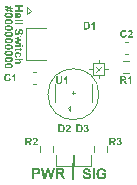
<source format=gbr>
%TF.GenerationSoftware,KiCad,Pcbnew,8.0.2-1*%
%TF.CreationDate,2024-08-24T16:11:18-07:00*%
%TF.ProjectId,HallSwitch,48616c6c-5377-4697-9463-682e6b696361,rev?*%
%TF.SameCoordinates,Original*%
%TF.FileFunction,Legend,Top*%
%TF.FilePolarity,Positive*%
%FSLAX46Y46*%
G04 Gerber Fmt 4.6, Leading zero omitted, Abs format (unit mm)*
G04 Created by KiCad (PCBNEW 8.0.2-1) date 2024-08-24 16:11:18*
%MOMM*%
%LPD*%
G01*
G04 APERTURE LIST*
%ADD10C,0.100000*%
%ADD11C,0.177800*%
%ADD12C,0.158750*%
%ADD13C,0.222250*%
%ADD14C,0.190500*%
%ADD15C,0.171450*%
%ADD16C,0.120000*%
%ADD17C,0.000000*%
G04 APERTURE END LIST*
D10*
X126873000Y-103276400D02*
X127127000Y-103276400D01*
D11*
X127000000Y-109220000D02*
X127000000Y-110540800D01*
D10*
X129159000Y-103378000D02*
G75*
G02*
X124841000Y-103378000I-2159000J0D01*
G01*
X124841000Y-103378000D02*
G75*
G02*
X129159000Y-103378000I2159000J0D01*
G01*
X127000000Y-103149400D02*
X127000000Y-103403400D01*
D12*
G36*
X122036586Y-95834324D02*
G01*
X122733393Y-95834324D01*
X122733393Y-95973686D01*
X122454670Y-95973686D01*
X122454670Y-96247049D01*
X122733393Y-96247049D01*
X122733393Y-96386410D01*
X122036586Y-96386410D01*
X122036586Y-96247049D01*
X122336749Y-96247049D01*
X122336749Y-95973686D01*
X122036586Y-95973686D01*
X122036586Y-95834324D01*
G37*
G36*
X122209543Y-96494109D02*
G01*
X122242080Y-96505192D01*
X122252830Y-96511031D01*
X122279390Y-96531875D01*
X122299859Y-96558939D01*
X122304588Y-96567814D01*
X122317394Y-96599747D01*
X122327094Y-96633303D01*
X122335069Y-96668902D01*
X122335911Y-96673173D01*
X122343559Y-96711046D01*
X122352005Y-96747656D01*
X122361131Y-96780332D01*
X122368909Y-96801814D01*
X122382477Y-96801814D01*
X122415893Y-96797082D01*
X122438087Y-96782887D01*
X122451496Y-96751182D01*
X122454654Y-96715099D01*
X122454670Y-96711866D01*
X122450165Y-96676981D01*
X122440432Y-96656590D01*
X122414195Y-96634828D01*
X122390349Y-96624597D01*
X122411789Y-96504499D01*
X122444997Y-96516454D01*
X122476849Y-96534259D01*
X122502871Y-96556674D01*
X122516981Y-96574179D01*
X122533498Y-96605858D01*
X122543643Y-96640379D01*
X122549015Y-96675497D01*
X122551017Y-96709247D01*
X122551151Y-96721246D01*
X122550141Y-96757840D01*
X122546513Y-96794342D01*
X122539279Y-96828625D01*
X122530046Y-96853070D01*
X122512615Y-96881980D01*
X122488230Y-96906538D01*
X122476445Y-96914040D01*
X122444544Y-96924860D01*
X122410570Y-96929698D01*
X122373141Y-96931640D01*
X122357351Y-96931796D01*
X122201910Y-96930288D01*
X122167355Y-96930792D01*
X122132606Y-96932775D01*
X122104089Y-96936653D01*
X122071468Y-96945782D01*
X122038832Y-96959360D01*
X122036586Y-96960438D01*
X122036586Y-96829620D01*
X122069303Y-96819188D01*
X122077456Y-96816889D01*
X122093704Y-96812199D01*
X122070604Y-96786038D01*
X122051002Y-96756207D01*
X122042783Y-96739504D01*
X122031830Y-96707317D01*
X122030165Y-96696791D01*
X122122346Y-96696791D01*
X122127916Y-96731799D01*
X122143254Y-96763097D01*
X122144624Y-96765131D01*
X122168860Y-96788660D01*
X122186165Y-96796622D01*
X122219822Y-96801201D01*
X122247470Y-96801814D01*
X122272428Y-96801814D01*
X122263592Y-96768942D01*
X122255921Y-96734560D01*
X122253165Y-96721246D01*
X122245604Y-96687872D01*
X122234748Y-96655439D01*
X122231390Y-96649220D01*
X122205951Y-96626908D01*
X122187170Y-96623257D01*
X122154184Y-96633075D01*
X122141442Y-96644028D01*
X122125032Y-96674374D01*
X122122346Y-96696791D01*
X122030165Y-96696791D01*
X122026460Y-96673361D01*
X122025865Y-96657093D01*
X122028524Y-96620525D01*
X122037873Y-96584267D01*
X122053952Y-96553176D01*
X122068411Y-96535319D01*
X122094131Y-96513781D01*
X122126905Y-96498117D01*
X122160178Y-96491460D01*
X122176114Y-96490764D01*
X122209543Y-96494109D01*
G37*
G36*
X122036586Y-97059599D02*
G01*
X122733393Y-97059599D01*
X122733393Y-97192093D01*
X122036586Y-97192093D01*
X122036586Y-97059599D01*
G37*
G36*
X122036586Y-97326262D02*
G01*
X122733393Y-97326262D01*
X122733393Y-97458756D01*
X122036586Y-97458756D01*
X122036586Y-97326262D01*
G37*
G36*
X122261708Y-97825250D02*
G01*
X122272428Y-97960926D01*
X122237899Y-97969792D01*
X122206061Y-97984304D01*
X122178974Y-98005936D01*
X122174942Y-98010507D01*
X122157204Y-98039390D01*
X122146829Y-98074448D01*
X122143787Y-98111678D01*
X122145999Y-98146931D01*
X122153648Y-98179947D01*
X122170038Y-98211016D01*
X122171759Y-98213184D01*
X122198178Y-98236543D01*
X122230467Y-98247054D01*
X122237420Y-98247354D01*
X122270712Y-98238562D01*
X122278458Y-98232949D01*
X122298787Y-98204881D01*
X122307938Y-98182866D01*
X122318189Y-98149363D01*
X122327555Y-98115195D01*
X122336342Y-98081786D01*
X122339094Y-98071143D01*
X122348347Y-98037756D01*
X122360250Y-98001999D01*
X122373025Y-97970942D01*
X122389030Y-97940648D01*
X122408774Y-97913858D01*
X122435194Y-97889057D01*
X122464034Y-97870347D01*
X122495294Y-97857729D01*
X122528975Y-97851202D01*
X122549308Y-97850208D01*
X122585117Y-97853731D01*
X122619302Y-97864300D01*
X122648972Y-97880023D01*
X122675900Y-97901330D01*
X122698476Y-97927774D01*
X122716702Y-97959354D01*
X122719825Y-97966286D01*
X122731566Y-97999867D01*
X122738776Y-98032786D01*
X122742951Y-98068595D01*
X122744113Y-98102298D01*
X122742686Y-98141347D01*
X122738404Y-98177255D01*
X122731268Y-98210022D01*
X122718937Y-98245198D01*
X122702496Y-98275851D01*
X122685655Y-98297940D01*
X122658212Y-98323750D01*
X122627034Y-98343581D01*
X122592121Y-98357432D01*
X122559222Y-98364546D01*
X122529711Y-98367118D01*
X122529711Y-98227589D01*
X122564203Y-98218034D01*
X122594143Y-98199562D01*
X122603579Y-98189231D01*
X122619037Y-98157793D01*
X122625397Y-98121864D01*
X122626192Y-98100790D01*
X122623803Y-98065445D01*
X122615660Y-98032459D01*
X122601736Y-98005649D01*
X122573565Y-97985288D01*
X122559526Y-97983539D01*
X122527460Y-97995222D01*
X122518488Y-98004309D01*
X122501709Y-98034656D01*
X122490026Y-98066691D01*
X122479477Y-98102467D01*
X122471755Y-98132448D01*
X122462423Y-98168772D01*
X122453021Y-98201362D01*
X122441962Y-98234665D01*
X122429206Y-98266504D01*
X122421170Y-98283032D01*
X122403199Y-98311419D01*
X122379162Y-98337846D01*
X122350651Y-98359246D01*
X122317430Y-98374981D01*
X122282935Y-98383618D01*
X122248393Y-98386775D01*
X122240268Y-98386883D01*
X122203735Y-98383661D01*
X122168674Y-98373994D01*
X122135085Y-98357881D01*
X122128544Y-98353885D01*
X122101362Y-98333164D01*
X122078419Y-98308124D01*
X122059716Y-98278764D01*
X122051158Y-98260587D01*
X122040093Y-98228584D01*
X122032189Y-98192874D01*
X122027866Y-98158589D01*
X122025964Y-98121466D01*
X122025865Y-98110338D01*
X122027333Y-98070889D01*
X122031738Y-98034409D01*
X122039078Y-98000898D01*
X122051763Y-97964604D01*
X122068675Y-97932585D01*
X122085999Y-97909168D01*
X122110549Y-97884834D01*
X122138974Y-97864469D01*
X122171273Y-97848073D01*
X122207448Y-97835646D01*
X122240553Y-97828321D01*
X122261708Y-97825250D01*
G37*
G36*
X122036586Y-98592743D02*
G01*
X122540431Y-98434454D01*
X122540431Y-98563095D01*
X122210285Y-98656896D01*
X122540431Y-98743160D01*
X122540431Y-98870796D01*
X122210285Y-98954212D01*
X122540431Y-99049688D01*
X122540431Y-99180339D01*
X122036586Y-99019537D01*
X122036586Y-98892404D01*
X122360701Y-98806140D01*
X122036586Y-98721384D01*
X122036586Y-98592743D01*
G37*
G36*
X122615472Y-99245832D02*
G01*
X122733393Y-99245832D01*
X122733393Y-99378326D01*
X122615472Y-99378326D01*
X122615472Y-99245832D01*
G37*
G36*
X122036586Y-99245832D02*
G01*
X122540431Y-99245832D01*
X122540431Y-99378326D01*
X122036586Y-99378326D01*
X122036586Y-99245832D01*
G37*
G36*
X122540431Y-99741972D02*
G01*
X122443950Y-99741972D01*
X122443950Y-99651521D01*
X122225192Y-99651521D01*
X122189045Y-99651767D01*
X122155129Y-99653055D01*
X122147639Y-99654034D01*
X122129381Y-99665927D01*
X122122346Y-99688204D01*
X122128363Y-99721298D01*
X122135077Y-99741470D01*
X122043286Y-99752860D01*
X122033368Y-99719652D01*
X122027567Y-99683593D01*
X122025865Y-99648339D01*
X122028964Y-99614252D01*
X122038261Y-99583683D01*
X122056568Y-99553769D01*
X122070253Y-99541473D01*
X122101963Y-99527420D01*
X122123351Y-99522880D01*
X122159239Y-99519739D01*
X122193959Y-99518840D01*
X122219330Y-99518693D01*
X122443950Y-99518693D01*
X122443950Y-99457889D01*
X122540431Y-99457889D01*
X122540431Y-99518693D01*
X122636912Y-99518693D01*
X122711953Y-99651521D01*
X122540431Y-99651521D01*
X122540431Y-99741972D01*
G37*
G36*
X122401069Y-100268430D02*
G01*
X122379629Y-100137947D01*
X122412334Y-100127185D01*
X122435742Y-100107964D01*
X122451047Y-100077372D01*
X122454670Y-100047496D01*
X122449535Y-100013239D01*
X122432383Y-99982454D01*
X122418154Y-99968602D01*
X122387251Y-99951818D01*
X122353339Y-99943268D01*
X122316677Y-99939583D01*
X122296046Y-99939122D01*
X122262329Y-99940170D01*
X122227949Y-99944043D01*
X122195195Y-99951962D01*
X122164056Y-99967103D01*
X122161542Y-99968937D01*
X122137657Y-99994298D01*
X122124796Y-100025406D01*
X122122346Y-100049338D01*
X122127748Y-100083592D01*
X122143954Y-100110979D01*
X122171251Y-100130463D01*
X122202999Y-100141546D01*
X122218827Y-100144982D01*
X122197387Y-100274963D01*
X122162221Y-100264316D01*
X122131030Y-100250111D01*
X122100252Y-100229519D01*
X122074666Y-100204279D01*
X122069081Y-100197242D01*
X122050174Y-100166066D01*
X122038062Y-100134768D01*
X122030086Y-100099718D01*
X122026245Y-100060918D01*
X122025865Y-100043141D01*
X122028309Y-100003558D01*
X122035641Y-99967097D01*
X122047860Y-99933757D01*
X122064967Y-99903538D01*
X122086961Y-99876440D01*
X122095379Y-99868101D01*
X122123382Y-99845958D01*
X122155130Y-99828395D01*
X122190623Y-99815415D01*
X122229862Y-99807015D01*
X122265421Y-99803516D01*
X122288006Y-99802943D01*
X122325552Y-99804542D01*
X122360408Y-99809339D01*
X122398682Y-99819316D01*
X122433082Y-99833899D01*
X122463608Y-99853086D01*
X122481805Y-99868436D01*
X122505372Y-99894621D01*
X122524063Y-99924057D01*
X122537878Y-99956744D01*
X122546817Y-99992681D01*
X122550880Y-100031868D01*
X122551151Y-100045653D01*
X122549371Y-100083804D01*
X122544033Y-100118381D01*
X122533575Y-100153520D01*
X122518468Y-100183989D01*
X122513965Y-100190877D01*
X122490069Y-100218818D01*
X122463667Y-100239627D01*
X122432407Y-100256647D01*
X122401069Y-100268430D01*
G37*
G36*
X122733393Y-100498075D02*
G01*
X122479795Y-100498075D01*
X122504045Y-100522953D01*
X122525995Y-100554210D01*
X122541116Y-100587872D01*
X122549409Y-100623938D01*
X122551151Y-100651172D01*
X122548331Y-100686833D01*
X122539872Y-100719509D01*
X122534066Y-100733583D01*
X122515987Y-100763998D01*
X122492160Y-100787679D01*
X122490515Y-100788858D01*
X122460741Y-100805304D01*
X122431722Y-100814319D01*
X122396753Y-100819013D01*
X122359696Y-100820858D01*
X122331724Y-100821186D01*
X122036586Y-100821186D01*
X122036586Y-100688860D01*
X122305928Y-100688860D01*
X122342308Y-100688389D01*
X122377506Y-100686475D01*
X122407602Y-100681322D01*
X122435945Y-100662491D01*
X122441940Y-100654689D01*
X122453663Y-100622308D01*
X122454670Y-100606951D01*
X122449476Y-100572055D01*
X122438255Y-100547991D01*
X122414729Y-100523182D01*
X122389177Y-100509968D01*
X122354423Y-100501838D01*
X122318659Y-100498644D01*
X122292026Y-100498075D01*
X122036586Y-100498075D01*
X122036586Y-100365749D01*
X122733393Y-100365749D01*
X122733393Y-100498075D01*
G37*
D13*
G36*
X127756363Y-110275645D02*
G01*
X127932240Y-110261749D01*
X127943732Y-110306508D01*
X127962545Y-110347780D01*
X127990585Y-110382893D01*
X127996511Y-110388120D01*
X128033952Y-110411113D01*
X128079398Y-110424562D01*
X128127658Y-110428506D01*
X128173357Y-110425638D01*
X128216155Y-110415723D01*
X128256430Y-110394476D01*
X128259240Y-110392245D01*
X128289520Y-110357999D01*
X128303146Y-110316142D01*
X128303535Y-110307129D01*
X128292138Y-110263973D01*
X128284862Y-110253932D01*
X128248477Y-110227580D01*
X128219940Y-110215717D01*
X128176509Y-110202429D01*
X128132217Y-110190288D01*
X128088910Y-110178898D01*
X128075113Y-110175330D01*
X128031834Y-110163335D01*
X127985483Y-110147905D01*
X127945223Y-110131345D01*
X127905953Y-110110598D01*
X127871226Y-110085003D01*
X127839076Y-110050756D01*
X127814822Y-110013371D01*
X127798465Y-109972848D01*
X127790005Y-109929188D01*
X127788716Y-109902830D01*
X127793283Y-109856411D01*
X127806984Y-109812097D01*
X127827365Y-109773636D01*
X127854986Y-109738730D01*
X127889265Y-109709464D01*
X127930202Y-109685838D01*
X127939188Y-109681790D01*
X127982718Y-109666570D01*
X128025391Y-109657223D01*
X128071810Y-109651812D01*
X128115499Y-109650305D01*
X128166118Y-109652155D01*
X128212666Y-109657706D01*
X128255142Y-109666956D01*
X128300740Y-109682941D01*
X128340475Y-109704254D01*
X128369109Y-109726084D01*
X128402567Y-109761659D01*
X128428273Y-109802075D01*
X128446229Y-109847332D01*
X128455450Y-109889978D01*
X128458785Y-109928234D01*
X128277914Y-109928234D01*
X128265527Y-109883522D01*
X128241582Y-109844711D01*
X128228191Y-109832479D01*
X128187438Y-109812441D01*
X128140863Y-109804197D01*
X128113545Y-109803166D01*
X128067727Y-109806262D01*
X128024968Y-109816819D01*
X127990214Y-109834867D01*
X127963820Y-109871386D01*
X127961553Y-109889585D01*
X127976698Y-109931152D01*
X127988477Y-109942782D01*
X128027815Y-109964533D01*
X128069342Y-109979678D01*
X128115719Y-109993352D01*
X128154583Y-110003362D01*
X128201669Y-110015458D01*
X128243916Y-110027647D01*
X128287086Y-110041982D01*
X128328359Y-110058518D01*
X128349784Y-110068936D01*
X128386582Y-110092231D01*
X128420839Y-110123390D01*
X128448579Y-110160348D01*
X128468977Y-110203413D01*
X128480173Y-110248128D01*
X128484266Y-110292905D01*
X128484406Y-110303438D01*
X128480229Y-110350796D01*
X128467697Y-110396245D01*
X128446811Y-110439786D01*
X128441631Y-110448265D01*
X128414771Y-110483502D01*
X128382311Y-110513242D01*
X128344252Y-110537486D01*
X128320689Y-110548580D01*
X128279203Y-110562924D01*
X128232913Y-110573170D01*
X128188469Y-110578773D01*
X128140346Y-110581239D01*
X128125921Y-110581367D01*
X128074784Y-110579464D01*
X128027495Y-110573755D01*
X127984055Y-110564239D01*
X127937007Y-110547797D01*
X127895501Y-110525873D01*
X127865146Y-110503417D01*
X127833602Y-110471592D01*
X127807202Y-110434745D01*
X127785948Y-110392875D01*
X127769839Y-110345982D01*
X127760344Y-110303068D01*
X127756363Y-110275645D01*
G37*
G36*
X128626193Y-110567471D02*
G01*
X128626193Y-109664202D01*
X128806847Y-109664202D01*
X128806847Y-110567471D01*
X128626193Y-110567471D01*
G37*
G36*
X129393755Y-110233956D02*
G01*
X129393755Y-110081095D01*
X129783506Y-110081095D01*
X129783506Y-110444140D01*
X129747487Y-110473765D01*
X129708723Y-110498369D01*
X129669593Y-110518562D01*
X129625602Y-110537507D01*
X129618920Y-110540112D01*
X129571668Y-110556187D01*
X129524145Y-110568314D01*
X129476352Y-110576492D01*
X129428289Y-110580722D01*
X129400703Y-110581367D01*
X129349288Y-110579283D01*
X129300408Y-110573031D01*
X129254062Y-110562611D01*
X129210251Y-110548024D01*
X129168974Y-110529268D01*
X129155778Y-110522090D01*
X129118437Y-110498075D01*
X129084745Y-110470487D01*
X129050050Y-110433786D01*
X129024264Y-110398458D01*
X129002126Y-110359558D01*
X128998792Y-110352727D01*
X128980934Y-110310684D01*
X128966771Y-110267282D01*
X128956303Y-110222522D01*
X128949530Y-110176402D01*
X128946451Y-110128924D01*
X128946246Y-110112796D01*
X128948307Y-110061140D01*
X128954490Y-110011698D01*
X128964795Y-109964469D01*
X128979223Y-109919454D01*
X128997772Y-109876653D01*
X129004871Y-109862878D01*
X129028764Y-109823633D01*
X129056474Y-109787977D01*
X129088001Y-109755909D01*
X129123344Y-109727428D01*
X129162504Y-109702535D01*
X129176406Y-109695035D01*
X129222125Y-109675466D01*
X129266427Y-109662929D01*
X129314740Y-109654673D01*
X129359343Y-109651004D01*
X129390715Y-109650305D01*
X129441040Y-109652108D01*
X129487792Y-109657515D01*
X129530971Y-109666527D01*
X129578070Y-109682099D01*
X129620024Y-109702862D01*
X129651056Y-109724130D01*
X129683880Y-109753799D01*
X129712002Y-109787438D01*
X129735422Y-109825046D01*
X129754139Y-109866623D01*
X129768154Y-109912170D01*
X129771781Y-109928234D01*
X129592213Y-109956027D01*
X129577141Y-109914691D01*
X129553019Y-109875933D01*
X129520994Y-109844204D01*
X129482088Y-109820840D01*
X129437025Y-109807174D01*
X129390715Y-109803166D01*
X129341175Y-109806813D01*
X129296289Y-109817754D01*
X129256059Y-109835989D01*
X129220483Y-109861517D01*
X129202244Y-109879380D01*
X129175001Y-109916171D01*
X129154450Y-109960048D01*
X129142160Y-110003297D01*
X129134786Y-110051753D01*
X129132396Y-110096109D01*
X129132328Y-110105414D01*
X129134056Y-110153925D01*
X129139240Y-110198492D01*
X129150024Y-110246767D01*
X129165785Y-110289362D01*
X129190463Y-110331878D01*
X129203113Y-110347733D01*
X129236275Y-110379206D01*
X129273635Y-110402949D01*
X129315192Y-110418962D01*
X129360947Y-110427244D01*
X129388978Y-110428506D01*
X129435095Y-110424743D01*
X129477792Y-110414591D01*
X129502755Y-110405707D01*
X129543324Y-110387234D01*
X129582175Y-110364120D01*
X129600898Y-110350339D01*
X129600898Y-110233956D01*
X129393755Y-110233956D01*
G37*
D14*
G36*
X123848425Y-109613730D02*
G01*
X123899519Y-109614993D01*
X123948902Y-109617661D01*
X123996211Y-109622986D01*
X124014627Y-109626864D01*
X124055993Y-109641845D01*
X124093374Y-109664314D01*
X124126771Y-109694272D01*
X124143603Y-109714151D01*
X124168689Y-109755122D01*
X124184095Y-109796761D01*
X124193014Y-109843312D01*
X124195497Y-109888074D01*
X124193127Y-109932180D01*
X124184934Y-109976353D01*
X124169162Y-110019065D01*
X124165533Y-110026170D01*
X124140801Y-110064795D01*
X124108907Y-110098990D01*
X124089537Y-110114108D01*
X124051849Y-110136494D01*
X124010621Y-110152667D01*
X123995736Y-110156449D01*
X123949634Y-110163204D01*
X123904599Y-110166807D01*
X123859249Y-110168646D01*
X123808351Y-110169259D01*
X123690449Y-110169259D01*
X123690449Y-110516671D01*
X123509578Y-110516671D01*
X123509578Y-110016399D01*
X123690449Y-110016399D01*
X123789461Y-110016399D01*
X123838451Y-110015544D01*
X123882989Y-110012538D01*
X123927552Y-110004376D01*
X123932334Y-110002719D01*
X123971282Y-109979242D01*
X123988788Y-109959293D01*
X124006328Y-109918649D01*
X124009198Y-109890679D01*
X124002033Y-109846873D01*
X123980537Y-109811426D01*
X123945733Y-109784823D01*
X123907798Y-109772342D01*
X123863106Y-109767979D01*
X123817356Y-109766554D01*
X123777736Y-109766263D01*
X123690449Y-109766263D01*
X123690449Y-110016399D01*
X123509578Y-110016399D01*
X123509578Y-109613402D01*
X123799666Y-109613402D01*
X123848425Y-109613730D01*
G37*
G36*
X124466044Y-110516671D02*
G01*
X124252386Y-109613402D01*
X124437382Y-109613402D01*
X124572221Y-110233965D01*
X124735939Y-109613402D01*
X124950899Y-109613402D01*
X125107886Y-110244387D01*
X125245330Y-109613402D01*
X125427287Y-109613402D01*
X125209938Y-110516671D01*
X125018210Y-110516671D01*
X124839728Y-109841390D01*
X124662114Y-110516671D01*
X124466044Y-110516671D01*
G37*
G36*
X125945396Y-109614257D02*
G01*
X125990927Y-109616822D01*
X126037062Y-109621975D01*
X126080577Y-109630715D01*
X126102784Y-109637721D01*
X126144489Y-109658930D01*
X126180035Y-109689119D01*
X126207007Y-109724356D01*
X126227618Y-109765064D01*
X126240595Y-109809292D01*
X126245938Y-109857040D01*
X126246091Y-109867012D01*
X126242386Y-109915704D01*
X126231272Y-109959944D01*
X126212748Y-109999734D01*
X126186814Y-110035072D01*
X126153606Y-110065131D01*
X126113043Y-110089084D01*
X126071517Y-110105032D01*
X126024359Y-110116306D01*
X126009851Y-110118668D01*
X126047719Y-110143198D01*
X126083470Y-110171773D01*
X126106475Y-110194447D01*
X126135878Y-110230255D01*
X126161195Y-110265837D01*
X126186063Y-110303562D01*
X126209396Y-110340794D01*
X126318830Y-110516671D01*
X126102567Y-110516671D01*
X125971853Y-110317995D01*
X125947266Y-110282079D01*
X125919303Y-110242527D01*
X125892098Y-110206484D01*
X125876533Y-110188367D01*
X125841595Y-110160323D01*
X125822250Y-110151455D01*
X125779357Y-110143378D01*
X125735133Y-110141476D01*
X125731271Y-110141467D01*
X125694576Y-110141467D01*
X125694576Y-110516671D01*
X125513922Y-110516671D01*
X125513922Y-109988606D01*
X125694576Y-109988606D01*
X125828329Y-109988606D01*
X125873667Y-109988232D01*
X125917879Y-109986850D01*
X125964817Y-109983109D01*
X125990744Y-109977966D01*
X126028558Y-109955752D01*
X126041336Y-109940837D01*
X126057989Y-109898451D01*
X126059792Y-109875046D01*
X126052166Y-109830641D01*
X126035690Y-109803609D01*
X126000027Y-109778421D01*
X125967511Y-109769303D01*
X125923596Y-109767023D01*
X125879571Y-109766408D01*
X125835712Y-109766263D01*
X125694576Y-109766263D01*
X125694576Y-109988606D01*
X125513922Y-109988606D01*
X125513922Y-109613402D01*
X125894337Y-109613402D01*
X125945396Y-109614257D01*
G37*
D15*
G36*
X121453740Y-96000553D02*
G01*
X121593102Y-96029531D01*
X121593102Y-95915965D01*
X121689583Y-95915965D01*
X121689583Y-96049464D01*
X121871825Y-96087319D01*
X121871825Y-96192845D01*
X121689583Y-96155325D01*
X121689583Y-96259176D01*
X121871825Y-96296027D01*
X121871825Y-96405405D01*
X121689583Y-96367382D01*
X121689583Y-96432708D01*
X121593102Y-96432708D01*
X121593102Y-96347115D01*
X121453740Y-96318137D01*
X121453740Y-96432708D01*
X121357259Y-96432708D01*
X121357259Y-96297869D01*
X121175018Y-96259846D01*
X121175018Y-96211271D01*
X121453740Y-96211271D01*
X121593102Y-96239578D01*
X121593102Y-96135392D01*
X121453740Y-96106750D01*
X121453740Y-96211271D01*
X121175018Y-96211271D01*
X121175018Y-96154823D01*
X121357259Y-96191673D01*
X121357259Y-96086817D01*
X121175018Y-96049296D01*
X121175018Y-95942765D01*
X121357259Y-95980621D01*
X121357259Y-95915965D01*
X121453740Y-95915965D01*
X121453740Y-96000553D01*
G37*
G36*
X121554954Y-96482550D02*
G01*
X121588748Y-96484338D01*
X121630812Y-96488578D01*
X121669453Y-96494938D01*
X121704670Y-96503418D01*
X121736464Y-96514018D01*
X121771392Y-96530248D01*
X121800972Y-96549792D01*
X121828579Y-96576457D01*
X121849406Y-96607355D01*
X121863452Y-96642484D01*
X121870095Y-96675964D01*
X121871825Y-96706238D01*
X121869298Y-96742270D01*
X121861720Y-96775239D01*
X121846492Y-96809832D01*
X121824387Y-96840258D01*
X121799967Y-96863020D01*
X121770644Y-96882418D01*
X121735858Y-96898529D01*
X121695608Y-96911352D01*
X121659475Y-96919243D01*
X121619845Y-96925029D01*
X121576719Y-96928712D01*
X121542079Y-96930093D01*
X121517894Y-96930356D01*
X121481994Y-96929759D01*
X121448037Y-96927971D01*
X121405785Y-96923731D01*
X121366988Y-96917371D01*
X121331645Y-96908891D01*
X121299757Y-96898292D01*
X121264755Y-96882061D01*
X121235151Y-96862517D01*
X121207543Y-96835860D01*
X121186716Y-96804986D01*
X121172670Y-96769897D01*
X121166027Y-96736465D01*
X121164297Y-96706238D01*
X121282219Y-96706238D01*
X121290604Y-96739341D01*
X121297126Y-96749119D01*
X121324921Y-96769376D01*
X121350392Y-96778264D01*
X121383619Y-96784904D01*
X121416974Y-96788565D01*
X121450795Y-96790658D01*
X121489444Y-96791785D01*
X121517894Y-96791999D01*
X121552941Y-96791701D01*
X121590236Y-96790554D01*
X121627183Y-96788130D01*
X121660751Y-96783927D01*
X121679868Y-96779772D01*
X121712950Y-96767822D01*
X121738996Y-96748784D01*
X121752972Y-96717880D01*
X121753904Y-96706238D01*
X121745518Y-96673136D01*
X121738996Y-96663358D01*
X121711201Y-96643101D01*
X121685730Y-96634213D01*
X121652273Y-96627573D01*
X121618813Y-96623911D01*
X121584953Y-96621819D01*
X121546311Y-96620692D01*
X121517894Y-96620477D01*
X121482794Y-96620776D01*
X121445436Y-96621922D01*
X121408416Y-96624346D01*
X121374764Y-96628550D01*
X121355584Y-96632705D01*
X121322649Y-96644623D01*
X121296791Y-96663525D01*
X121283129Y-96694586D01*
X121282219Y-96706238D01*
X121164297Y-96706238D01*
X121167030Y-96669797D01*
X121175227Y-96636100D01*
X121188889Y-96605146D01*
X121208015Y-96576937D01*
X121232607Y-96551473D01*
X121242018Y-96543594D01*
X121275445Y-96522646D01*
X121309841Y-96508500D01*
X121350182Y-96497364D01*
X121386737Y-96490622D01*
X121427097Y-96485806D01*
X121471263Y-96482917D01*
X121506884Y-96482014D01*
X121519234Y-96481953D01*
X121554954Y-96482550D01*
G37*
G36*
X121554954Y-97016545D02*
G01*
X121588748Y-97018334D01*
X121630812Y-97022574D01*
X121669453Y-97028934D01*
X121704670Y-97037413D01*
X121736464Y-97048013D01*
X121771392Y-97064244D01*
X121800972Y-97083787D01*
X121828579Y-97110453D01*
X121849406Y-97141350D01*
X121863452Y-97176480D01*
X121870095Y-97209959D01*
X121871825Y-97240234D01*
X121869298Y-97276265D01*
X121861720Y-97309234D01*
X121846492Y-97343828D01*
X121824387Y-97374254D01*
X121799967Y-97397016D01*
X121770644Y-97416414D01*
X121735858Y-97432525D01*
X121695608Y-97445347D01*
X121659475Y-97453238D01*
X121619845Y-97459025D01*
X121576719Y-97462707D01*
X121542079Y-97464088D01*
X121517894Y-97464351D01*
X121481994Y-97463755D01*
X121448037Y-97461966D01*
X121405785Y-97457726D01*
X121366988Y-97451367D01*
X121331645Y-97442887D01*
X121299757Y-97432287D01*
X121264755Y-97416056D01*
X121235151Y-97396513D01*
X121207543Y-97369856D01*
X121186716Y-97338982D01*
X121172670Y-97303893D01*
X121166027Y-97270460D01*
X121164297Y-97240234D01*
X121282219Y-97240234D01*
X121290604Y-97273336D01*
X121297126Y-97283114D01*
X121324921Y-97303372D01*
X121350392Y-97312260D01*
X121383619Y-97318899D01*
X121416974Y-97322561D01*
X121450795Y-97324653D01*
X121489444Y-97325780D01*
X121517894Y-97325995D01*
X121552941Y-97325696D01*
X121590236Y-97324550D01*
X121627183Y-97322126D01*
X121660751Y-97317923D01*
X121679868Y-97313767D01*
X121712950Y-97301818D01*
X121738996Y-97282779D01*
X121752972Y-97251875D01*
X121753904Y-97240234D01*
X121745518Y-97207131D01*
X121738996Y-97197353D01*
X121711201Y-97177096D01*
X121685730Y-97168208D01*
X121652273Y-97161569D01*
X121618813Y-97157907D01*
X121584953Y-97155814D01*
X121546311Y-97154688D01*
X121517894Y-97154473D01*
X121482794Y-97154772D01*
X121445436Y-97155918D01*
X121408416Y-97158342D01*
X121374764Y-97162545D01*
X121355584Y-97166701D01*
X121322649Y-97178618D01*
X121296791Y-97197521D01*
X121283129Y-97228582D01*
X121282219Y-97240234D01*
X121164297Y-97240234D01*
X121167030Y-97203792D01*
X121175227Y-97170095D01*
X121188889Y-97139142D01*
X121208015Y-97110933D01*
X121232607Y-97085468D01*
X121242018Y-97077590D01*
X121275445Y-97056642D01*
X121309841Y-97042495D01*
X121350182Y-97031359D01*
X121386737Y-97024617D01*
X121427097Y-97019802D01*
X121471263Y-97016912D01*
X121506884Y-97016009D01*
X121519234Y-97015949D01*
X121554954Y-97016545D01*
G37*
G36*
X121554954Y-97550541D02*
G01*
X121588748Y-97552330D01*
X121630812Y-97556569D01*
X121669453Y-97562929D01*
X121704670Y-97571409D01*
X121736464Y-97582009D01*
X121771392Y-97598240D01*
X121800972Y-97617783D01*
X121828579Y-97644448D01*
X121849406Y-97675346D01*
X121863452Y-97710475D01*
X121870095Y-97743955D01*
X121871825Y-97774229D01*
X121869298Y-97810261D01*
X121861720Y-97843230D01*
X121846492Y-97877823D01*
X121824387Y-97908249D01*
X121799967Y-97931011D01*
X121770644Y-97950410D01*
X121735858Y-97966520D01*
X121695608Y-97979343D01*
X121659475Y-97987234D01*
X121619845Y-97993020D01*
X121576719Y-97996703D01*
X121542079Y-97998084D01*
X121517894Y-97998347D01*
X121481994Y-97997751D01*
X121448037Y-97995962D01*
X121405785Y-97991722D01*
X121366988Y-97985362D01*
X121331645Y-97976882D01*
X121299757Y-97966283D01*
X121264755Y-97950052D01*
X121235151Y-97930509D01*
X121207543Y-97903851D01*
X121186716Y-97872978D01*
X121172670Y-97837888D01*
X121166027Y-97804456D01*
X121164297Y-97774229D01*
X121282219Y-97774229D01*
X121290604Y-97807332D01*
X121297126Y-97817110D01*
X121324921Y-97837367D01*
X121350392Y-97846255D01*
X121383619Y-97852895D01*
X121416974Y-97856557D01*
X121450795Y-97858649D01*
X121489444Y-97859776D01*
X121517894Y-97859990D01*
X121552941Y-97859692D01*
X121590236Y-97858545D01*
X121627183Y-97856121D01*
X121660751Y-97851918D01*
X121679868Y-97847763D01*
X121712950Y-97835813D01*
X121738996Y-97816775D01*
X121752972Y-97785871D01*
X121753904Y-97774229D01*
X121745518Y-97741127D01*
X121738996Y-97731349D01*
X121711201Y-97711092D01*
X121685730Y-97702204D01*
X121652273Y-97695564D01*
X121618813Y-97691902D01*
X121584953Y-97689810D01*
X121546311Y-97688683D01*
X121517894Y-97688469D01*
X121482794Y-97688767D01*
X121445436Y-97689913D01*
X121408416Y-97692337D01*
X121374764Y-97696541D01*
X121355584Y-97700696D01*
X121322649Y-97712614D01*
X121296791Y-97731516D01*
X121283129Y-97762578D01*
X121282219Y-97774229D01*
X121164297Y-97774229D01*
X121167030Y-97737788D01*
X121175227Y-97704091D01*
X121188889Y-97673138D01*
X121208015Y-97644929D01*
X121232607Y-97619464D01*
X121242018Y-97611585D01*
X121275445Y-97590637D01*
X121309841Y-97576491D01*
X121350182Y-97565355D01*
X121386737Y-97558613D01*
X121427097Y-97553797D01*
X121471263Y-97550908D01*
X121506884Y-97550005D01*
X121519234Y-97549945D01*
X121554954Y-97550541D01*
G37*
G36*
X121554954Y-98084536D02*
G01*
X121588748Y-98086325D01*
X121630812Y-98090565D01*
X121669453Y-98096925D01*
X121704670Y-98105405D01*
X121736464Y-98116004D01*
X121771392Y-98132235D01*
X121800972Y-98151778D01*
X121828579Y-98178444D01*
X121849406Y-98209341D01*
X121863452Y-98244471D01*
X121870095Y-98277950D01*
X121871825Y-98308225D01*
X121869298Y-98344256D01*
X121861720Y-98377225D01*
X121846492Y-98411819D01*
X121824387Y-98442245D01*
X121799967Y-98465007D01*
X121770644Y-98484405D01*
X121735858Y-98500516D01*
X121695608Y-98513338D01*
X121659475Y-98521229D01*
X121619845Y-98527016D01*
X121576719Y-98530698D01*
X121542079Y-98532079D01*
X121517894Y-98532342D01*
X121481994Y-98531746D01*
X121448037Y-98529957D01*
X121405785Y-98525718D01*
X121366988Y-98519358D01*
X121331645Y-98510878D01*
X121299757Y-98500278D01*
X121264755Y-98484047D01*
X121235151Y-98464504D01*
X121207543Y-98437847D01*
X121186716Y-98406973D01*
X121172670Y-98371884D01*
X121166027Y-98338451D01*
X121164297Y-98308225D01*
X121282219Y-98308225D01*
X121290604Y-98341328D01*
X121297126Y-98351105D01*
X121324921Y-98371363D01*
X121350392Y-98380251D01*
X121383619Y-98386890D01*
X121416974Y-98390552D01*
X121450795Y-98392645D01*
X121489444Y-98393771D01*
X121517894Y-98393986D01*
X121552941Y-98393687D01*
X121590236Y-98392541D01*
X121627183Y-98390117D01*
X121660751Y-98385914D01*
X121679868Y-98381758D01*
X121712950Y-98369809D01*
X121738996Y-98350770D01*
X121752972Y-98319866D01*
X121753904Y-98308225D01*
X121745518Y-98275122D01*
X121738996Y-98265345D01*
X121711201Y-98245087D01*
X121685730Y-98236199D01*
X121652273Y-98229560D01*
X121618813Y-98225898D01*
X121584953Y-98223805D01*
X121546311Y-98222679D01*
X121517894Y-98222464D01*
X121482794Y-98222763D01*
X121445436Y-98223909D01*
X121408416Y-98226333D01*
X121374764Y-98230536D01*
X121355584Y-98234692D01*
X121322649Y-98246609D01*
X121296791Y-98265512D01*
X121283129Y-98296573D01*
X121282219Y-98308225D01*
X121164297Y-98308225D01*
X121167030Y-98271784D01*
X121175227Y-98238086D01*
X121188889Y-98207133D01*
X121208015Y-98178924D01*
X121232607Y-98153459D01*
X121242018Y-98145581D01*
X121275445Y-98124633D01*
X121309841Y-98110487D01*
X121350182Y-98099350D01*
X121386737Y-98092608D01*
X121427097Y-98087793D01*
X121471263Y-98084903D01*
X121506884Y-98084000D01*
X121519234Y-98083940D01*
X121554954Y-98084536D01*
G37*
G36*
X121554954Y-98618532D02*
G01*
X121588748Y-98620321D01*
X121630812Y-98624561D01*
X121669453Y-98630920D01*
X121704670Y-98639400D01*
X121736464Y-98650000D01*
X121771392Y-98666231D01*
X121800972Y-98685774D01*
X121828579Y-98712439D01*
X121849406Y-98743337D01*
X121863452Y-98778467D01*
X121870095Y-98811946D01*
X121871825Y-98842221D01*
X121869298Y-98878252D01*
X121861720Y-98911221D01*
X121846492Y-98945815D01*
X121824387Y-98976240D01*
X121799967Y-98999002D01*
X121770644Y-99018401D01*
X121735858Y-99034511D01*
X121695608Y-99047334D01*
X121659475Y-99055225D01*
X121619845Y-99061012D01*
X121576719Y-99064694D01*
X121542079Y-99066075D01*
X121517894Y-99066338D01*
X121481994Y-99065742D01*
X121448037Y-99063953D01*
X121405785Y-99059713D01*
X121366988Y-99053353D01*
X121331645Y-99044873D01*
X121299757Y-99034274D01*
X121264755Y-99018043D01*
X121235151Y-98998500D01*
X121207543Y-98971842D01*
X121186716Y-98940969D01*
X121172670Y-98905879D01*
X121166027Y-98872447D01*
X121164297Y-98842221D01*
X121282219Y-98842221D01*
X121290604Y-98875323D01*
X121297126Y-98885101D01*
X121324921Y-98905358D01*
X121350392Y-98914246D01*
X121383619Y-98920886D01*
X121416974Y-98924548D01*
X121450795Y-98926640D01*
X121489444Y-98927767D01*
X121517894Y-98927981D01*
X121552941Y-98927683D01*
X121590236Y-98926537D01*
X121627183Y-98924113D01*
X121660751Y-98919909D01*
X121679868Y-98915754D01*
X121712950Y-98903804D01*
X121738996Y-98884766D01*
X121752972Y-98853862D01*
X121753904Y-98842221D01*
X121745518Y-98809118D01*
X121738996Y-98799340D01*
X121711201Y-98779083D01*
X121685730Y-98770195D01*
X121652273Y-98763555D01*
X121618813Y-98759893D01*
X121584953Y-98757801D01*
X121546311Y-98756674D01*
X121517894Y-98756460D01*
X121482794Y-98756758D01*
X121445436Y-98757905D01*
X121408416Y-98760329D01*
X121374764Y-98764532D01*
X121355584Y-98768687D01*
X121322649Y-98780605D01*
X121296791Y-98799508D01*
X121283129Y-98830569D01*
X121282219Y-98842221D01*
X121164297Y-98842221D01*
X121167030Y-98805779D01*
X121175227Y-98772082D01*
X121188889Y-98741129D01*
X121208015Y-98712920D01*
X121232607Y-98687455D01*
X121242018Y-98679576D01*
X121275445Y-98658628D01*
X121309841Y-98644482D01*
X121350182Y-98633346D01*
X121386737Y-98626604D01*
X121427097Y-98621788D01*
X121471263Y-98618899D01*
X121506884Y-98617996D01*
X121519234Y-98617936D01*
X121554954Y-98618532D01*
G37*
G36*
X121554954Y-99152528D02*
G01*
X121588748Y-99154316D01*
X121630812Y-99158556D01*
X121669453Y-99164916D01*
X121704670Y-99173396D01*
X121736464Y-99183995D01*
X121771392Y-99200226D01*
X121800972Y-99219769D01*
X121828579Y-99246435D01*
X121849406Y-99277333D01*
X121863452Y-99312462D01*
X121870095Y-99345941D01*
X121871825Y-99376216D01*
X121869298Y-99412247D01*
X121861720Y-99445216D01*
X121846492Y-99479810D01*
X121824387Y-99510236D01*
X121799967Y-99532998D01*
X121770644Y-99552396D01*
X121735858Y-99568507D01*
X121695608Y-99581330D01*
X121659475Y-99589220D01*
X121619845Y-99595007D01*
X121576719Y-99598690D01*
X121542079Y-99600070D01*
X121517894Y-99600333D01*
X121481994Y-99599737D01*
X121448037Y-99597949D01*
X121405785Y-99593709D01*
X121366988Y-99587349D01*
X121331645Y-99578869D01*
X121299757Y-99568269D01*
X121264755Y-99552038D01*
X121235151Y-99532495D01*
X121207543Y-99505838D01*
X121186716Y-99474964D01*
X121172670Y-99439875D01*
X121166027Y-99406443D01*
X121164297Y-99376216D01*
X121282219Y-99376216D01*
X121290604Y-99409319D01*
X121297126Y-99419097D01*
X121324921Y-99439354D01*
X121350392Y-99448242D01*
X121383619Y-99454881D01*
X121416974Y-99458543D01*
X121450795Y-99460636D01*
X121489444Y-99461762D01*
X121517894Y-99461977D01*
X121552941Y-99461678D01*
X121590236Y-99460532D01*
X121627183Y-99458108D01*
X121660751Y-99453905D01*
X121679868Y-99449749D01*
X121712950Y-99437800D01*
X121738996Y-99418762D01*
X121752972Y-99387858D01*
X121753904Y-99376216D01*
X121745518Y-99343114D01*
X121738996Y-99333336D01*
X121711201Y-99313078D01*
X121685730Y-99304190D01*
X121652273Y-99297551D01*
X121618813Y-99293889D01*
X121584953Y-99291797D01*
X121546311Y-99290670D01*
X121517894Y-99290455D01*
X121482794Y-99290754D01*
X121445436Y-99291900D01*
X121408416Y-99294324D01*
X121374764Y-99298527D01*
X121355584Y-99302683D01*
X121322649Y-99314600D01*
X121296791Y-99333503D01*
X121283129Y-99364564D01*
X121282219Y-99376216D01*
X121164297Y-99376216D01*
X121167030Y-99339775D01*
X121175227Y-99306077D01*
X121188889Y-99275124D01*
X121208015Y-99246915D01*
X121232607Y-99221450D01*
X121242018Y-99213572D01*
X121275445Y-99192624D01*
X121309841Y-99178478D01*
X121350182Y-99167341D01*
X121386737Y-99160600D01*
X121427097Y-99155784D01*
X121471263Y-99152894D01*
X121506884Y-99151991D01*
X121519234Y-99151931D01*
X121554954Y-99152528D01*
G37*
G36*
X121554954Y-99686523D02*
G01*
X121588748Y-99688312D01*
X121630812Y-99692552D01*
X121669453Y-99698912D01*
X121704670Y-99707391D01*
X121736464Y-99717991D01*
X121771392Y-99734222D01*
X121800972Y-99753765D01*
X121828579Y-99780431D01*
X121849406Y-99811328D01*
X121863452Y-99846458D01*
X121870095Y-99879937D01*
X121871825Y-99910212D01*
X121869298Y-99946243D01*
X121861720Y-99979212D01*
X121846492Y-100013806D01*
X121824387Y-100044231D01*
X121799967Y-100066993D01*
X121770644Y-100086392D01*
X121735858Y-100102502D01*
X121695608Y-100115325D01*
X121659475Y-100123216D01*
X121619845Y-100129003D01*
X121576719Y-100132685D01*
X121542079Y-100134066D01*
X121517894Y-100134329D01*
X121481994Y-100133733D01*
X121448037Y-100131944D01*
X121405785Y-100127704D01*
X121366988Y-100121344D01*
X121331645Y-100112865D01*
X121299757Y-100102265D01*
X121264755Y-100086034D01*
X121235151Y-100066491D01*
X121207543Y-100039833D01*
X121186716Y-100008960D01*
X121172670Y-99973870D01*
X121166027Y-99940438D01*
X121164297Y-99910212D01*
X121282219Y-99910212D01*
X121290604Y-99943314D01*
X121297126Y-99953092D01*
X121324921Y-99973349D01*
X121350392Y-99982237D01*
X121383619Y-99988877D01*
X121416974Y-99992539D01*
X121450795Y-99994631D01*
X121489444Y-99995758D01*
X121517894Y-99995973D01*
X121552941Y-99995674D01*
X121590236Y-99994528D01*
X121627183Y-99992104D01*
X121660751Y-99987900D01*
X121679868Y-99983745D01*
X121712950Y-99971795D01*
X121738996Y-99952757D01*
X121752972Y-99921853D01*
X121753904Y-99910212D01*
X121745518Y-99877109D01*
X121738996Y-99867331D01*
X121711201Y-99847074D01*
X121685730Y-99838186D01*
X121652273Y-99831546D01*
X121618813Y-99827885D01*
X121584953Y-99825792D01*
X121546311Y-99824665D01*
X121517894Y-99824451D01*
X121482794Y-99824749D01*
X121445436Y-99825896D01*
X121408416Y-99828320D01*
X121374764Y-99832523D01*
X121355584Y-99836678D01*
X121322649Y-99848596D01*
X121296791Y-99867499D01*
X121283129Y-99898560D01*
X121282219Y-99910212D01*
X121164297Y-99910212D01*
X121167030Y-99873770D01*
X121175227Y-99840073D01*
X121188889Y-99809120D01*
X121208015Y-99780911D01*
X121232607Y-99755446D01*
X121242018Y-99747567D01*
X121275445Y-99726619D01*
X121309841Y-99712473D01*
X121350182Y-99701337D01*
X121386737Y-99694595D01*
X121427097Y-99689779D01*
X121471263Y-99686890D01*
X121506884Y-99685987D01*
X121519234Y-99685927D01*
X121554954Y-99686523D01*
G37*
G36*
X121554954Y-100220519D02*
G01*
X121588748Y-100222307D01*
X121630812Y-100226547D01*
X121669453Y-100232907D01*
X121704670Y-100241387D01*
X121736464Y-100251987D01*
X121771392Y-100268217D01*
X121800972Y-100287761D01*
X121828579Y-100314426D01*
X121849406Y-100345324D01*
X121863452Y-100380453D01*
X121870095Y-100413933D01*
X121871825Y-100444207D01*
X121869298Y-100480238D01*
X121861720Y-100513208D01*
X121846492Y-100547801D01*
X121824387Y-100578227D01*
X121799967Y-100600989D01*
X121770644Y-100620387D01*
X121735858Y-100636498D01*
X121695608Y-100649321D01*
X121659475Y-100657212D01*
X121619845Y-100662998D01*
X121576719Y-100666681D01*
X121542079Y-100668062D01*
X121517894Y-100668325D01*
X121481994Y-100667728D01*
X121448037Y-100665940D01*
X121405785Y-100661700D01*
X121366988Y-100655340D01*
X121331645Y-100646860D01*
X121299757Y-100636260D01*
X121264755Y-100620030D01*
X121235151Y-100600486D01*
X121207543Y-100573829D01*
X121186716Y-100542955D01*
X121172670Y-100507866D01*
X121166027Y-100474434D01*
X121164297Y-100444207D01*
X121282219Y-100444207D01*
X121290604Y-100477310D01*
X121297126Y-100487088D01*
X121324921Y-100507345D01*
X121350392Y-100516233D01*
X121383619Y-100522873D01*
X121416974Y-100526534D01*
X121450795Y-100528627D01*
X121489444Y-100529754D01*
X121517894Y-100529968D01*
X121552941Y-100529670D01*
X121590236Y-100528523D01*
X121627183Y-100526099D01*
X121660751Y-100521896D01*
X121679868Y-100517741D01*
X121712950Y-100505791D01*
X121738996Y-100486753D01*
X121752972Y-100455849D01*
X121753904Y-100444207D01*
X121745518Y-100411105D01*
X121738996Y-100401327D01*
X121711201Y-100381070D01*
X121685730Y-100372182D01*
X121652273Y-100365542D01*
X121618813Y-100361880D01*
X121584953Y-100359788D01*
X121546311Y-100358661D01*
X121517894Y-100358446D01*
X121482794Y-100358745D01*
X121445436Y-100359891D01*
X121408416Y-100362315D01*
X121374764Y-100366519D01*
X121355584Y-100370674D01*
X121322649Y-100382591D01*
X121296791Y-100401494D01*
X121283129Y-100432555D01*
X121282219Y-100444207D01*
X121164297Y-100444207D01*
X121167030Y-100407766D01*
X121175227Y-100374069D01*
X121188889Y-100343115D01*
X121208015Y-100314906D01*
X121232607Y-100289442D01*
X121242018Y-100281563D01*
X121275445Y-100260615D01*
X121309841Y-100246469D01*
X121350182Y-100235333D01*
X121386737Y-100228591D01*
X121427097Y-100223775D01*
X121471263Y-100220886D01*
X121506884Y-100219983D01*
X121519234Y-100219922D01*
X121554954Y-100220519D01*
G37*
G36*
X121554954Y-100754514D02*
G01*
X121588748Y-100756303D01*
X121630812Y-100760543D01*
X121669453Y-100766903D01*
X121704670Y-100775382D01*
X121736464Y-100785982D01*
X121771392Y-100802213D01*
X121800972Y-100821756D01*
X121828579Y-100848422D01*
X121849406Y-100879319D01*
X121863452Y-100914449D01*
X121870095Y-100947928D01*
X121871825Y-100978203D01*
X121869298Y-101014234D01*
X121861720Y-101047203D01*
X121846492Y-101081797D01*
X121824387Y-101112223D01*
X121799967Y-101134984D01*
X121770644Y-101154383D01*
X121735858Y-101170494D01*
X121695608Y-101183316D01*
X121659475Y-101191207D01*
X121619845Y-101196994D01*
X121576719Y-101200676D01*
X121542079Y-101202057D01*
X121517894Y-101202320D01*
X121481994Y-101201724D01*
X121448037Y-101199935D01*
X121405785Y-101195695D01*
X121366988Y-101189335D01*
X121331645Y-101180856D01*
X121299757Y-101170256D01*
X121264755Y-101154025D01*
X121235151Y-101134482D01*
X121207543Y-101107824D01*
X121186716Y-101076951D01*
X121172670Y-101041861D01*
X121166027Y-101008429D01*
X121164297Y-100978203D01*
X121282219Y-100978203D01*
X121290604Y-101011305D01*
X121297126Y-101021083D01*
X121324921Y-101041341D01*
X121350392Y-101050229D01*
X121383619Y-101056868D01*
X121416974Y-101060530D01*
X121450795Y-101062622D01*
X121489444Y-101063749D01*
X121517894Y-101063964D01*
X121552941Y-101063665D01*
X121590236Y-101062519D01*
X121627183Y-101060095D01*
X121660751Y-101055892D01*
X121679868Y-101051736D01*
X121712950Y-101039787D01*
X121738996Y-101020748D01*
X121752972Y-100989844D01*
X121753904Y-100978203D01*
X121745518Y-100945100D01*
X121738996Y-100935322D01*
X121711201Y-100915065D01*
X121685730Y-100906177D01*
X121652273Y-100899538D01*
X121618813Y-100895876D01*
X121584953Y-100893783D01*
X121546311Y-100892657D01*
X121517894Y-100892442D01*
X121482794Y-100892740D01*
X121445436Y-100893887D01*
X121408416Y-100896311D01*
X121374764Y-100900514D01*
X121355584Y-100904670D01*
X121322649Y-100916587D01*
X121296791Y-100935490D01*
X121283129Y-100966551D01*
X121282219Y-100978203D01*
X121164297Y-100978203D01*
X121167030Y-100941761D01*
X121175227Y-100908064D01*
X121188889Y-100877111D01*
X121208015Y-100848902D01*
X121232607Y-100823437D01*
X121242018Y-100815559D01*
X121275445Y-100794610D01*
X121309841Y-100780464D01*
X121350182Y-100769328D01*
X121386737Y-100762586D01*
X121427097Y-100757771D01*
X121471263Y-100754881D01*
X121506884Y-100753978D01*
X121519234Y-100753918D01*
X121554954Y-100754514D01*
G37*
D12*
G36*
X125530899Y-101878733D02*
G01*
X125660093Y-101878733D01*
X125660093Y-102228935D01*
X125660323Y-102262567D01*
X125661149Y-102294134D01*
X125663267Y-102325572D01*
X125664901Y-102336881D01*
X125675368Y-102366555D01*
X125695113Y-102392730D01*
X125704295Y-102400625D01*
X125733487Y-102416189D01*
X125764025Y-102423162D01*
X125789597Y-102424664D01*
X125821358Y-102422453D01*
X125852473Y-102413961D01*
X125872572Y-102402020D01*
X125893837Y-102378397D01*
X125905702Y-102348241D01*
X125906072Y-102346187D01*
X125909569Y-102315260D01*
X125911133Y-102283992D01*
X125911760Y-102250390D01*
X125911811Y-102236380D01*
X125911811Y-101878733D01*
X126040849Y-101878733D01*
X126040849Y-102216993D01*
X126040592Y-102251584D01*
X126039819Y-102282851D01*
X126038213Y-102315982D01*
X126035401Y-102348585D01*
X126030303Y-102380928D01*
X126021051Y-102412116D01*
X126006151Y-102442127D01*
X125991684Y-102461887D01*
X125967948Y-102484671D01*
X125941476Y-102502261D01*
X125916464Y-102514309D01*
X125884260Y-102524614D01*
X125850434Y-102530625D01*
X125816515Y-102533373D01*
X125793474Y-102533851D01*
X125760708Y-102533104D01*
X125726395Y-102530344D01*
X125692342Y-102524700D01*
X125660614Y-102515176D01*
X125654509Y-102512603D01*
X125626883Y-102497999D01*
X125600973Y-102479101D01*
X125579754Y-102457234D01*
X125561804Y-102431185D01*
X125548315Y-102401932D01*
X125543617Y-102385736D01*
X125538053Y-102354755D01*
X125534489Y-102322241D01*
X125532402Y-102290354D01*
X125531210Y-102254760D01*
X125530899Y-102222266D01*
X125530899Y-101878733D01*
G37*
G36*
X126459914Y-102523925D02*
G01*
X126337389Y-102523925D01*
X126337389Y-102057091D01*
X126311361Y-102081100D01*
X126283642Y-102102645D01*
X126254233Y-102121725D01*
X126223133Y-102138341D01*
X126190344Y-102152492D01*
X126179038Y-102156661D01*
X126179038Y-102037549D01*
X126209809Y-102025257D01*
X126238901Y-102009583D01*
X126265872Y-101991985D01*
X126283261Y-101979234D01*
X126309201Y-101956784D01*
X126330720Y-101932550D01*
X126347819Y-101906533D01*
X126360498Y-101878733D01*
X126459914Y-101878733D01*
X126459914Y-102523925D01*
G37*
G36*
X121572168Y-102047174D02*
G01*
X121697330Y-102086878D01*
X121687383Y-102118603D01*
X121675574Y-102147671D01*
X121658944Y-102179043D01*
X121639631Y-102206587D01*
X121617635Y-102230304D01*
X121601481Y-102243988D01*
X121575144Y-102261435D01*
X121546265Y-102275271D01*
X121514846Y-102285498D01*
X121480886Y-102292116D01*
X121444385Y-102295124D01*
X121431653Y-102295325D01*
X121400528Y-102293977D01*
X121363611Y-102288503D01*
X121328906Y-102278819D01*
X121296412Y-102264924D01*
X121266129Y-102246819D01*
X121238057Y-102224503D01*
X121222276Y-102209092D01*
X121198685Y-102180600D01*
X121179092Y-102149017D01*
X121163498Y-102114345D01*
X121153901Y-102084383D01*
X121146864Y-102052443D01*
X121142385Y-102018526D01*
X121140466Y-101982632D01*
X121140386Y-101973349D01*
X121141673Y-101934905D01*
X121145533Y-101898671D01*
X121151967Y-101864647D01*
X121160975Y-101832834D01*
X121172556Y-101803230D01*
X121190652Y-101769333D01*
X121212769Y-101738890D01*
X121222741Y-101727680D01*
X121249790Y-101702480D01*
X121279369Y-101681551D01*
X121311477Y-101664894D01*
X121346114Y-101652507D01*
X121383280Y-101644392D01*
X121414835Y-101640975D01*
X121439563Y-101640207D01*
X121475173Y-101642001D01*
X121508625Y-101647386D01*
X121539919Y-101656360D01*
X121569054Y-101668923D01*
X121596032Y-101685076D01*
X121620851Y-101704819D01*
X121630174Y-101713721D01*
X121650607Y-101737877D01*
X121668327Y-101766763D01*
X121681605Y-101795919D01*
X121692805Y-101828697D01*
X121695623Y-101838727D01*
X121567826Y-101858579D01*
X121557128Y-101826329D01*
X121540603Y-101799101D01*
X121520522Y-101778706D01*
X121493952Y-101762017D01*
X121463716Y-101752255D01*
X121433049Y-101749393D01*
X121399200Y-101752553D01*
X121368685Y-101762033D01*
X121341505Y-101777833D01*
X121317659Y-101799954D01*
X121298321Y-101829160D01*
X121285932Y-101861156D01*
X121278680Y-101893366D01*
X121274536Y-101929992D01*
X121273457Y-101963888D01*
X121274521Y-101999761D01*
X121277713Y-102032257D01*
X121284352Y-102066793D01*
X121294056Y-102096466D01*
X121309250Y-102124937D01*
X121317039Y-102135112D01*
X121340467Y-102157436D01*
X121367173Y-102173382D01*
X121397154Y-102182949D01*
X121430412Y-102186138D01*
X121464108Y-102182180D01*
X121494395Y-102170304D01*
X121518971Y-102152638D01*
X121540094Y-102127944D01*
X121555607Y-102099296D01*
X121566617Y-102068723D01*
X121572168Y-102047174D01*
G37*
G36*
X122091114Y-102295325D02*
G01*
X121968589Y-102295325D01*
X121968589Y-101828491D01*
X121942561Y-101852500D01*
X121914842Y-101874045D01*
X121885433Y-101893125D01*
X121854333Y-101909741D01*
X121821544Y-101923892D01*
X121810238Y-101928061D01*
X121810238Y-101808949D01*
X121841009Y-101796657D01*
X121870101Y-101780983D01*
X121897072Y-101763385D01*
X121914461Y-101750634D01*
X121940401Y-101728184D01*
X121961920Y-101703950D01*
X121979019Y-101677933D01*
X121991698Y-101650133D01*
X122091114Y-101650133D01*
X122091114Y-102295325D01*
G37*
G36*
X127527744Y-105943319D02*
G01*
X127561150Y-105945425D01*
X127593054Y-105949625D01*
X127616367Y-105954985D01*
X127646684Y-105966468D01*
X127674475Y-105982073D01*
X127699738Y-106001800D01*
X127712681Y-106014541D01*
X127733755Y-106040054D01*
X127751786Y-106068609D01*
X127766775Y-106100206D01*
X127773788Y-106119075D01*
X127782948Y-106151751D01*
X127788816Y-106183317D01*
X127792681Y-106217658D01*
X127794398Y-106249303D01*
X127794725Y-106271532D01*
X127793783Y-106305295D01*
X127790955Y-106336965D01*
X127785415Y-106370596D01*
X127777414Y-106401493D01*
X127775028Y-106408791D01*
X127763592Y-106438312D01*
X127748104Y-106468907D01*
X127730038Y-106496148D01*
X127709394Y-106520035D01*
X127706632Y-106522785D01*
X127680726Y-106543774D01*
X127652373Y-106559865D01*
X127622945Y-106571912D01*
X127615902Y-106574276D01*
X127583082Y-106582047D01*
X127551186Y-106586005D01*
X127519024Y-106587711D01*
X127501597Y-106587925D01*
X127258565Y-106587925D01*
X127258565Y-106478738D01*
X127387758Y-106478738D01*
X127484072Y-106478738D01*
X127517729Y-106478005D01*
X127550282Y-106474952D01*
X127562239Y-106472534D01*
X127592506Y-106461066D01*
X127614196Y-106445858D01*
X127633040Y-106420849D01*
X127645495Y-106391565D01*
X127648006Y-106383665D01*
X127655512Y-106350108D01*
X127659335Y-106317145D01*
X127660983Y-106283683D01*
X127661189Y-106265484D01*
X127660365Y-106230345D01*
X127657469Y-106195982D01*
X127651804Y-106164218D01*
X127648006Y-106150869D01*
X127635680Y-106121275D01*
X127617133Y-106094381D01*
X127611404Y-106088521D01*
X127584767Y-106069677D01*
X127553948Y-106058631D01*
X127551693Y-106058123D01*
X127518135Y-106053882D01*
X127486059Y-106052410D01*
X127450647Y-106051925D01*
X127445763Y-106051919D01*
X127387758Y-106051919D01*
X127387758Y-106478738D01*
X127258565Y-106478738D01*
X127258565Y-105942733D01*
X127494618Y-105942733D01*
X127527744Y-105943319D01*
G37*
G36*
X127869171Y-106404758D02*
G01*
X127987818Y-106389404D01*
X127994017Y-106419889D01*
X128007156Y-106449018D01*
X128018371Y-106463229D01*
X128043953Y-106481486D01*
X128074169Y-106488565D01*
X128078548Y-106488664D01*
X128109375Y-106483113D01*
X128135630Y-106466459D01*
X128142291Y-106459662D01*
X128159162Y-106432744D01*
X128167101Y-106401944D01*
X128168347Y-106381339D01*
X128164836Y-106349147D01*
X128153107Y-106320377D01*
X128143377Y-106307514D01*
X128117728Y-106287921D01*
X128087307Y-106280324D01*
X128082890Y-106280218D01*
X128051670Y-106283444D01*
X128026591Y-106289368D01*
X128040084Y-106190883D01*
X128071508Y-106189134D01*
X128101414Y-106180356D01*
X128115925Y-106171341D01*
X128135584Y-106147147D01*
X128142136Y-106116128D01*
X128135356Y-106085529D01*
X128122905Y-106069445D01*
X128094031Y-106054383D01*
X128071879Y-106051919D01*
X128041130Y-106057653D01*
X128018216Y-106072236D01*
X127999554Y-106098955D01*
X127991230Y-106131327D01*
X127878321Y-106113491D01*
X127885896Y-106082055D01*
X127896529Y-106051557D01*
X127910918Y-106023397D01*
X127913838Y-106018884D01*
X127934274Y-105994384D01*
X127959988Y-105974159D01*
X127980063Y-105963050D01*
X128010577Y-105951483D01*
X128043473Y-105944717D01*
X128075446Y-105942733D01*
X128108036Y-105944712D01*
X128142873Y-105952024D01*
X128174282Y-105964724D01*
X128202262Y-105982813D01*
X128220149Y-105999032D01*
X128241891Y-106025899D01*
X128256517Y-106054680D01*
X128264028Y-106085375D01*
X128265126Y-106103255D01*
X128260725Y-106137690D01*
X128247522Y-106168933D01*
X128225518Y-106196985D01*
X128199651Y-106218490D01*
X128173155Y-106234620D01*
X128205319Y-106245104D01*
X128233182Y-106261434D01*
X128256743Y-106283611D01*
X128260939Y-106288748D01*
X128278359Y-106316631D01*
X128289328Y-106347938D01*
X128293683Y-106379041D01*
X128293974Y-106390024D01*
X128291809Y-106421467D01*
X128283812Y-106455890D01*
X128269922Y-106487879D01*
X128250139Y-106517434D01*
X128232401Y-106537054D01*
X128208306Y-106557715D01*
X128177508Y-106576417D01*
X128143816Y-106589301D01*
X128112633Y-106595713D01*
X128079323Y-106597851D01*
X128047848Y-106595975D01*
X128013745Y-106589045D01*
X127982462Y-106577010D01*
X127954000Y-106559868D01*
X127935396Y-106544498D01*
X127912719Y-106519523D01*
X127894628Y-106491415D01*
X127881125Y-106460176D01*
X127872207Y-106425805D01*
X127869171Y-106404758D01*
G37*
G36*
X131276090Y-101853943D02*
G01*
X131308613Y-101855775D01*
X131341567Y-101859456D01*
X131372648Y-101865699D01*
X131388511Y-101870703D01*
X131418300Y-101885853D01*
X131443690Y-101907416D01*
X131462956Y-101932586D01*
X131477678Y-101961663D01*
X131486947Y-101993254D01*
X131490764Y-102027360D01*
X131490873Y-102034483D01*
X131488227Y-102069263D01*
X131480288Y-102100863D01*
X131467056Y-102129284D01*
X131448532Y-102154526D01*
X131424812Y-102175996D01*
X131395839Y-102193105D01*
X131366177Y-102204497D01*
X131332493Y-102212550D01*
X131322130Y-102214237D01*
X131349179Y-102231759D01*
X131374715Y-102252169D01*
X131391147Y-102268365D01*
X131412150Y-102293942D01*
X131430233Y-102319358D01*
X131447995Y-102346304D01*
X131464662Y-102372898D01*
X131542829Y-102498525D01*
X131388356Y-102498525D01*
X131294989Y-102356613D01*
X131277426Y-102330959D01*
X131257453Y-102302708D01*
X131238021Y-102276963D01*
X131226903Y-102264022D01*
X131201947Y-102243990D01*
X131188129Y-102237656D01*
X131157491Y-102231887D01*
X131125903Y-102230529D01*
X131123145Y-102230522D01*
X131096934Y-102230522D01*
X131096934Y-102498525D01*
X130967895Y-102498525D01*
X130967895Y-102121335D01*
X131096934Y-102121335D01*
X131192472Y-102121335D01*
X131224856Y-102121068D01*
X131256436Y-102120081D01*
X131289963Y-102117409D01*
X131308482Y-102113736D01*
X131335492Y-102097868D01*
X131344619Y-102087215D01*
X131356515Y-102056939D01*
X131357802Y-102040221D01*
X131352355Y-102008504D01*
X131340587Y-101989195D01*
X131315113Y-101971204D01*
X131291887Y-101964690D01*
X131260519Y-101963062D01*
X131229073Y-101962623D01*
X131197745Y-101962519D01*
X131096934Y-101962519D01*
X131096934Y-102121335D01*
X130967895Y-102121335D01*
X130967895Y-101853333D01*
X131239620Y-101853333D01*
X131276090Y-101853943D01*
G37*
G36*
X131895514Y-102498525D02*
G01*
X131772989Y-102498525D01*
X131772989Y-102031691D01*
X131746961Y-102055700D01*
X131719242Y-102077245D01*
X131689833Y-102096325D01*
X131658733Y-102112941D01*
X131625944Y-102127092D01*
X131614638Y-102131261D01*
X131614638Y-102012149D01*
X131645409Y-101999857D01*
X131674501Y-101984183D01*
X131701472Y-101966585D01*
X131718861Y-101953834D01*
X131744801Y-101931384D01*
X131766320Y-101907150D01*
X131783419Y-101881133D01*
X131796098Y-101853333D01*
X131895514Y-101853333D01*
X131895514Y-102498525D01*
G37*
G36*
X131389568Y-98338774D02*
G01*
X131514730Y-98378478D01*
X131504783Y-98410203D01*
X131492974Y-98439271D01*
X131476344Y-98470643D01*
X131457031Y-98498187D01*
X131435035Y-98521904D01*
X131418881Y-98535588D01*
X131392544Y-98553035D01*
X131363665Y-98566871D01*
X131332246Y-98577098D01*
X131298286Y-98583716D01*
X131261785Y-98586724D01*
X131249053Y-98586925D01*
X131217928Y-98585577D01*
X131181011Y-98580103D01*
X131146306Y-98570419D01*
X131113812Y-98556524D01*
X131083529Y-98538419D01*
X131055457Y-98516103D01*
X131039676Y-98500692D01*
X131016085Y-98472200D01*
X130996492Y-98440617D01*
X130980898Y-98405945D01*
X130971301Y-98375983D01*
X130964264Y-98344043D01*
X130959785Y-98310126D01*
X130957866Y-98274232D01*
X130957786Y-98264949D01*
X130959073Y-98226505D01*
X130962933Y-98190271D01*
X130969367Y-98156247D01*
X130978375Y-98124434D01*
X130989956Y-98094830D01*
X131008052Y-98060933D01*
X131030169Y-98030490D01*
X131040141Y-98019280D01*
X131067190Y-97994080D01*
X131096769Y-97973151D01*
X131128877Y-97956494D01*
X131163514Y-97944107D01*
X131200680Y-97935992D01*
X131232235Y-97932575D01*
X131256963Y-97931807D01*
X131292573Y-97933601D01*
X131326025Y-97938986D01*
X131357319Y-97947960D01*
X131386454Y-97960523D01*
X131413432Y-97976676D01*
X131438251Y-97996419D01*
X131447574Y-98005321D01*
X131468007Y-98029477D01*
X131485727Y-98058363D01*
X131499005Y-98087519D01*
X131510205Y-98120297D01*
X131513023Y-98130327D01*
X131385226Y-98150179D01*
X131374528Y-98117929D01*
X131358003Y-98090701D01*
X131337922Y-98070306D01*
X131311352Y-98053617D01*
X131281116Y-98043855D01*
X131250449Y-98040993D01*
X131216600Y-98044153D01*
X131186085Y-98053633D01*
X131158905Y-98069433D01*
X131135059Y-98091554D01*
X131115721Y-98120760D01*
X131103332Y-98152756D01*
X131096080Y-98184966D01*
X131091936Y-98221592D01*
X131090857Y-98255488D01*
X131091921Y-98291361D01*
X131095113Y-98323857D01*
X131101752Y-98358393D01*
X131111456Y-98388066D01*
X131126650Y-98416537D01*
X131134439Y-98426712D01*
X131157867Y-98449036D01*
X131184573Y-98464982D01*
X131214554Y-98474549D01*
X131247812Y-98477738D01*
X131281508Y-98473780D01*
X131311795Y-98461904D01*
X131336371Y-98444238D01*
X131357494Y-98419544D01*
X131373007Y-98390896D01*
X131384017Y-98360323D01*
X131389568Y-98338774D01*
G37*
G36*
X132008860Y-98467812D02*
G01*
X132008860Y-98586925D01*
X131579094Y-98586925D01*
X131584328Y-98555324D01*
X131593052Y-98524577D01*
X131605266Y-98494682D01*
X131620969Y-98465641D01*
X131639494Y-98438746D01*
X131660559Y-98412847D01*
X131681770Y-98389256D01*
X131706306Y-98363841D01*
X131734166Y-98336600D01*
X131758848Y-98313493D01*
X131783210Y-98290759D01*
X131808306Y-98266666D01*
X131831879Y-98242954D01*
X131853158Y-98219425D01*
X131860590Y-98209735D01*
X131875995Y-98181600D01*
X131884660Y-98151416D01*
X131885870Y-98135290D01*
X131881655Y-98103327D01*
X131866513Y-98075594D01*
X131863847Y-98072787D01*
X131835719Y-98055724D01*
X131803050Y-98050919D01*
X131770466Y-98055963D01*
X131743373Y-98072461D01*
X131741943Y-98073873D01*
X131724906Y-98102072D01*
X131717312Y-98134249D01*
X131715732Y-98150179D01*
X131593517Y-98138082D01*
X131598050Y-98106720D01*
X131606498Y-98072914D01*
X131618228Y-98043285D01*
X131636062Y-98013997D01*
X131658363Y-97990393D01*
X131661914Y-97987485D01*
X131688528Y-97969658D01*
X131717889Y-97956209D01*
X131749995Y-97947139D01*
X131784848Y-97942447D01*
X131805996Y-97941733D01*
X131840051Y-97943521D01*
X131871260Y-97948886D01*
X131904072Y-97959667D01*
X131933011Y-97975315D01*
X131954732Y-97992603D01*
X131975823Y-98015987D01*
X131993583Y-98045636D01*
X132004578Y-98078407D01*
X132008648Y-98109642D01*
X132008860Y-98119005D01*
X132006679Y-98150659D01*
X132000136Y-98181179D01*
X131993350Y-98200895D01*
X131979188Y-98230520D01*
X131961761Y-98258635D01*
X131944340Y-98282319D01*
X131922574Y-98306979D01*
X131899665Y-98330055D01*
X131874564Y-98353862D01*
X131864002Y-98363589D01*
X131840658Y-98385035D01*
X131816620Y-98407636D01*
X131793769Y-98430405D01*
X131790487Y-98434002D01*
X131771237Y-98458491D01*
X131765362Y-98467812D01*
X132008860Y-98467812D01*
G37*
G36*
X130361690Y-107060943D02*
G01*
X130394213Y-107062775D01*
X130427167Y-107066456D01*
X130458248Y-107072699D01*
X130474111Y-107077703D01*
X130503900Y-107092853D01*
X130529290Y-107114416D01*
X130548556Y-107139586D01*
X130563278Y-107168663D01*
X130572547Y-107200254D01*
X130576364Y-107234360D01*
X130576473Y-107241483D01*
X130573827Y-107276263D01*
X130565888Y-107307863D01*
X130552656Y-107336284D01*
X130534132Y-107361526D01*
X130510412Y-107382996D01*
X130481439Y-107400105D01*
X130451777Y-107411497D01*
X130418093Y-107419550D01*
X130407730Y-107421237D01*
X130434779Y-107438759D01*
X130460315Y-107459169D01*
X130476747Y-107475365D01*
X130497750Y-107500942D01*
X130515833Y-107526358D01*
X130533595Y-107553304D01*
X130550262Y-107579898D01*
X130628429Y-107705525D01*
X130473956Y-107705525D01*
X130380589Y-107563613D01*
X130363026Y-107537959D01*
X130343053Y-107509708D01*
X130323621Y-107483963D01*
X130312503Y-107471022D01*
X130287547Y-107450990D01*
X130273729Y-107444656D01*
X130243091Y-107438887D01*
X130211503Y-107437529D01*
X130208745Y-107437522D01*
X130182534Y-107437522D01*
X130182534Y-107705525D01*
X130053495Y-107705525D01*
X130053495Y-107328335D01*
X130182534Y-107328335D01*
X130278072Y-107328335D01*
X130310456Y-107328068D01*
X130342036Y-107327081D01*
X130375563Y-107324409D01*
X130394082Y-107320736D01*
X130421092Y-107304868D01*
X130430219Y-107294215D01*
X130442115Y-107263939D01*
X130443402Y-107247221D01*
X130437955Y-107215504D01*
X130426187Y-107196195D01*
X130400713Y-107178204D01*
X130377487Y-107171690D01*
X130346119Y-107170062D01*
X130314673Y-107169623D01*
X130283345Y-107169519D01*
X130182534Y-107169519D01*
X130182534Y-107328335D01*
X130053495Y-107328335D01*
X130053495Y-107060333D01*
X130325220Y-107060333D01*
X130361690Y-107060943D01*
G37*
G36*
X130663171Y-107522358D02*
G01*
X130781818Y-107507004D01*
X130788017Y-107537489D01*
X130801156Y-107566618D01*
X130812371Y-107580829D01*
X130837953Y-107599086D01*
X130868169Y-107606165D01*
X130872548Y-107606264D01*
X130903375Y-107600713D01*
X130929630Y-107584059D01*
X130936291Y-107577262D01*
X130953162Y-107550344D01*
X130961101Y-107519544D01*
X130962347Y-107498939D01*
X130958836Y-107466747D01*
X130947107Y-107437977D01*
X130937377Y-107425114D01*
X130911728Y-107405521D01*
X130881307Y-107397924D01*
X130876890Y-107397818D01*
X130845670Y-107401044D01*
X130820591Y-107406968D01*
X130834084Y-107308483D01*
X130865508Y-107306734D01*
X130895414Y-107297956D01*
X130909925Y-107288941D01*
X130929584Y-107264747D01*
X130936136Y-107233728D01*
X130929356Y-107203129D01*
X130916905Y-107187045D01*
X130888031Y-107171983D01*
X130865879Y-107169519D01*
X130835130Y-107175253D01*
X130812216Y-107189836D01*
X130793554Y-107216555D01*
X130785230Y-107248927D01*
X130672321Y-107231091D01*
X130679896Y-107199655D01*
X130690529Y-107169157D01*
X130704918Y-107140997D01*
X130707838Y-107136484D01*
X130728274Y-107111984D01*
X130753988Y-107091759D01*
X130774063Y-107080650D01*
X130804577Y-107069083D01*
X130837473Y-107062317D01*
X130869446Y-107060333D01*
X130902036Y-107062312D01*
X130936873Y-107069624D01*
X130968282Y-107082324D01*
X130996262Y-107100413D01*
X131014149Y-107116632D01*
X131035891Y-107143499D01*
X131050517Y-107172280D01*
X131058028Y-107202975D01*
X131059126Y-107220855D01*
X131054725Y-107255290D01*
X131041522Y-107286533D01*
X131019518Y-107314585D01*
X130993651Y-107336090D01*
X130967155Y-107352220D01*
X130999319Y-107362704D01*
X131027182Y-107379034D01*
X131050743Y-107401211D01*
X131054939Y-107406348D01*
X131072359Y-107434231D01*
X131083328Y-107465538D01*
X131087683Y-107496641D01*
X131087974Y-107507624D01*
X131085809Y-107539067D01*
X131077812Y-107573490D01*
X131063922Y-107605479D01*
X131044139Y-107635034D01*
X131026401Y-107654654D01*
X131002306Y-107675315D01*
X130971508Y-107694017D01*
X130937816Y-107706901D01*
X130906633Y-107713313D01*
X130873323Y-107715451D01*
X130841848Y-107713575D01*
X130807745Y-107706645D01*
X130776462Y-107694610D01*
X130748000Y-107677468D01*
X130729396Y-107662098D01*
X130706719Y-107637123D01*
X130688628Y-107609015D01*
X130675125Y-107577776D01*
X130666207Y-107543405D01*
X130663171Y-107522358D01*
G37*
G36*
X123249690Y-107060943D02*
G01*
X123282213Y-107062775D01*
X123315167Y-107066456D01*
X123346248Y-107072699D01*
X123362111Y-107077703D01*
X123391900Y-107092853D01*
X123417290Y-107114416D01*
X123436556Y-107139586D01*
X123451278Y-107168663D01*
X123460547Y-107200254D01*
X123464364Y-107234360D01*
X123464473Y-107241483D01*
X123461827Y-107276263D01*
X123453888Y-107307863D01*
X123440656Y-107336284D01*
X123422132Y-107361526D01*
X123398412Y-107382996D01*
X123369439Y-107400105D01*
X123339777Y-107411497D01*
X123306093Y-107419550D01*
X123295730Y-107421237D01*
X123322779Y-107438759D01*
X123348315Y-107459169D01*
X123364747Y-107475365D01*
X123385750Y-107500942D01*
X123403833Y-107526358D01*
X123421595Y-107553304D01*
X123438262Y-107579898D01*
X123516429Y-107705525D01*
X123361956Y-107705525D01*
X123268589Y-107563613D01*
X123251026Y-107537959D01*
X123231053Y-107509708D01*
X123211621Y-107483963D01*
X123200503Y-107471022D01*
X123175547Y-107450990D01*
X123161729Y-107444656D01*
X123131091Y-107438887D01*
X123099503Y-107437529D01*
X123096745Y-107437522D01*
X123070534Y-107437522D01*
X123070534Y-107705525D01*
X122941495Y-107705525D01*
X122941495Y-107328335D01*
X123070534Y-107328335D01*
X123166072Y-107328335D01*
X123198456Y-107328068D01*
X123230036Y-107327081D01*
X123263563Y-107324409D01*
X123282082Y-107320736D01*
X123309092Y-107304868D01*
X123318219Y-107294215D01*
X123330115Y-107263939D01*
X123331402Y-107247221D01*
X123325955Y-107215504D01*
X123314187Y-107196195D01*
X123288713Y-107178204D01*
X123265487Y-107171690D01*
X123234119Y-107170062D01*
X123202673Y-107169623D01*
X123171345Y-107169519D01*
X123070534Y-107169519D01*
X123070534Y-107328335D01*
X122941495Y-107328335D01*
X122941495Y-107060333D01*
X123213220Y-107060333D01*
X123249690Y-107060943D01*
G37*
G36*
X123969460Y-107586412D02*
G01*
X123969460Y-107705525D01*
X123539694Y-107705525D01*
X123544928Y-107673924D01*
X123553652Y-107643177D01*
X123565866Y-107613282D01*
X123581569Y-107584241D01*
X123600094Y-107557346D01*
X123621159Y-107531447D01*
X123642370Y-107507856D01*
X123666906Y-107482441D01*
X123694766Y-107455200D01*
X123719448Y-107432093D01*
X123743810Y-107409359D01*
X123768906Y-107385266D01*
X123792479Y-107361554D01*
X123813758Y-107338025D01*
X123821190Y-107328335D01*
X123836595Y-107300200D01*
X123845260Y-107270016D01*
X123846470Y-107253890D01*
X123842255Y-107221927D01*
X123827113Y-107194194D01*
X123824447Y-107191387D01*
X123796319Y-107174324D01*
X123763650Y-107169519D01*
X123731066Y-107174563D01*
X123703973Y-107191061D01*
X123702543Y-107192473D01*
X123685506Y-107220672D01*
X123677912Y-107252849D01*
X123676332Y-107268779D01*
X123554117Y-107256682D01*
X123558650Y-107225320D01*
X123567098Y-107191514D01*
X123578828Y-107161885D01*
X123596662Y-107132597D01*
X123618963Y-107108993D01*
X123622514Y-107106085D01*
X123649128Y-107088258D01*
X123678489Y-107074809D01*
X123710595Y-107065739D01*
X123745448Y-107061047D01*
X123766596Y-107060333D01*
X123800651Y-107062121D01*
X123831860Y-107067486D01*
X123864672Y-107078267D01*
X123893611Y-107093915D01*
X123915332Y-107111203D01*
X123936423Y-107134587D01*
X123954183Y-107164236D01*
X123965178Y-107197007D01*
X123969248Y-107228242D01*
X123969460Y-107237605D01*
X123967279Y-107269259D01*
X123960736Y-107299779D01*
X123953950Y-107319495D01*
X123939788Y-107349120D01*
X123922361Y-107377235D01*
X123904940Y-107400919D01*
X123883174Y-107425579D01*
X123860265Y-107448655D01*
X123835164Y-107472462D01*
X123824602Y-107482189D01*
X123801258Y-107503635D01*
X123777220Y-107526236D01*
X123754369Y-107549005D01*
X123751087Y-107552602D01*
X123731837Y-107577091D01*
X123725962Y-107586412D01*
X123969460Y-107586412D01*
G37*
G36*
X126003744Y-105943319D02*
G01*
X126037150Y-105945425D01*
X126069054Y-105949625D01*
X126092367Y-105954985D01*
X126122684Y-105966468D01*
X126150475Y-105982073D01*
X126175738Y-106001800D01*
X126188681Y-106014541D01*
X126209755Y-106040054D01*
X126227786Y-106068609D01*
X126242775Y-106100206D01*
X126249788Y-106119075D01*
X126258948Y-106151751D01*
X126264816Y-106183317D01*
X126268681Y-106217658D01*
X126270398Y-106249303D01*
X126270725Y-106271532D01*
X126269783Y-106305295D01*
X126266955Y-106336965D01*
X126261415Y-106370596D01*
X126253414Y-106401493D01*
X126251028Y-106408791D01*
X126239592Y-106438312D01*
X126224104Y-106468907D01*
X126206038Y-106496148D01*
X126185394Y-106520035D01*
X126182632Y-106522785D01*
X126156726Y-106543774D01*
X126128373Y-106559865D01*
X126098945Y-106571912D01*
X126091902Y-106574276D01*
X126059082Y-106582047D01*
X126027186Y-106586005D01*
X125995024Y-106587711D01*
X125977597Y-106587925D01*
X125734565Y-106587925D01*
X125734565Y-106478738D01*
X125863758Y-106478738D01*
X125960072Y-106478738D01*
X125993729Y-106478005D01*
X126026282Y-106474952D01*
X126038239Y-106472534D01*
X126068506Y-106461066D01*
X126090196Y-106445858D01*
X126109040Y-106420849D01*
X126121495Y-106391565D01*
X126124006Y-106383665D01*
X126131512Y-106350108D01*
X126135335Y-106317145D01*
X126136983Y-106283683D01*
X126137189Y-106265484D01*
X126136365Y-106230345D01*
X126133469Y-106195982D01*
X126127804Y-106164218D01*
X126124006Y-106150869D01*
X126111680Y-106121275D01*
X126093133Y-106094381D01*
X126087404Y-106088521D01*
X126060767Y-106069677D01*
X126029948Y-106058631D01*
X126027693Y-106058123D01*
X125994135Y-106053882D01*
X125962059Y-106052410D01*
X125926647Y-106051925D01*
X125921763Y-106051919D01*
X125863758Y-106051919D01*
X125863758Y-106478738D01*
X125734565Y-106478738D01*
X125734565Y-105942733D01*
X125970618Y-105942733D01*
X126003744Y-105943319D01*
G37*
G36*
X126763460Y-106468812D02*
G01*
X126763460Y-106587925D01*
X126333694Y-106587925D01*
X126338928Y-106556324D01*
X126347652Y-106525577D01*
X126359866Y-106495682D01*
X126375569Y-106466641D01*
X126394094Y-106439746D01*
X126415159Y-106413847D01*
X126436370Y-106390256D01*
X126460906Y-106364841D01*
X126488766Y-106337600D01*
X126513448Y-106314493D01*
X126537810Y-106291759D01*
X126562906Y-106267666D01*
X126586479Y-106243954D01*
X126607758Y-106220425D01*
X126615190Y-106210735D01*
X126630595Y-106182600D01*
X126639260Y-106152416D01*
X126640470Y-106136290D01*
X126636255Y-106104327D01*
X126621113Y-106076594D01*
X126618447Y-106073787D01*
X126590319Y-106056724D01*
X126557650Y-106051919D01*
X126525066Y-106056963D01*
X126497973Y-106073461D01*
X126496543Y-106074873D01*
X126479506Y-106103072D01*
X126471912Y-106135249D01*
X126470332Y-106151179D01*
X126348117Y-106139082D01*
X126352650Y-106107720D01*
X126361098Y-106073914D01*
X126372828Y-106044285D01*
X126390662Y-106014997D01*
X126412963Y-105991393D01*
X126416514Y-105988485D01*
X126443128Y-105970658D01*
X126472489Y-105957209D01*
X126504595Y-105948139D01*
X126539448Y-105943447D01*
X126560596Y-105942733D01*
X126594651Y-105944521D01*
X126625860Y-105949886D01*
X126658672Y-105960667D01*
X126687611Y-105976315D01*
X126709332Y-105993603D01*
X126730423Y-106016987D01*
X126748183Y-106046636D01*
X126759178Y-106079407D01*
X126763248Y-106110642D01*
X126763460Y-106120005D01*
X126761279Y-106151659D01*
X126754736Y-106182179D01*
X126747950Y-106201895D01*
X126733788Y-106231520D01*
X126716361Y-106259635D01*
X126698940Y-106283319D01*
X126677174Y-106307979D01*
X126654265Y-106331055D01*
X126629164Y-106354862D01*
X126618602Y-106364589D01*
X126595258Y-106386035D01*
X126571220Y-106408636D01*
X126548369Y-106431405D01*
X126545087Y-106435002D01*
X126525837Y-106459491D01*
X126519962Y-106468812D01*
X126763460Y-106468812D01*
G37*
G36*
X128137344Y-97256519D02*
G01*
X128170750Y-97258625D01*
X128202654Y-97262825D01*
X128225967Y-97268185D01*
X128256284Y-97279668D01*
X128284075Y-97295273D01*
X128309338Y-97315000D01*
X128322281Y-97327741D01*
X128343355Y-97353254D01*
X128361386Y-97381809D01*
X128376375Y-97413406D01*
X128383388Y-97432275D01*
X128392548Y-97464951D01*
X128398416Y-97496517D01*
X128402281Y-97530858D01*
X128403998Y-97562503D01*
X128404325Y-97584732D01*
X128403383Y-97618495D01*
X128400555Y-97650165D01*
X128395015Y-97683796D01*
X128387014Y-97714693D01*
X128384628Y-97721991D01*
X128373192Y-97751512D01*
X128357704Y-97782107D01*
X128339638Y-97809348D01*
X128318994Y-97833235D01*
X128316232Y-97835985D01*
X128290326Y-97856974D01*
X128261973Y-97873065D01*
X128232545Y-97885112D01*
X128225502Y-97887476D01*
X128192682Y-97895247D01*
X128160786Y-97899205D01*
X128128624Y-97900911D01*
X128111197Y-97901125D01*
X127868165Y-97901125D01*
X127868165Y-97791938D01*
X127997358Y-97791938D01*
X128093672Y-97791938D01*
X128127329Y-97791205D01*
X128159882Y-97788152D01*
X128171839Y-97785734D01*
X128202106Y-97774266D01*
X128223796Y-97759058D01*
X128242640Y-97734049D01*
X128255095Y-97704765D01*
X128257606Y-97696865D01*
X128265112Y-97663308D01*
X128268935Y-97630345D01*
X128270583Y-97596883D01*
X128270789Y-97578684D01*
X128269965Y-97543545D01*
X128267069Y-97509182D01*
X128261404Y-97477418D01*
X128257606Y-97464069D01*
X128245280Y-97434475D01*
X128226733Y-97407581D01*
X128221004Y-97401721D01*
X128194367Y-97382877D01*
X128163548Y-97371831D01*
X128161293Y-97371323D01*
X128127735Y-97367082D01*
X128095659Y-97365610D01*
X128060247Y-97365125D01*
X128055363Y-97365119D01*
X127997358Y-97365119D01*
X127997358Y-97791938D01*
X127868165Y-97791938D01*
X127868165Y-97255933D01*
X128104218Y-97255933D01*
X128137344Y-97256519D01*
G37*
G36*
X128796714Y-97901125D02*
G01*
X128674189Y-97901125D01*
X128674189Y-97434291D01*
X128648161Y-97458300D01*
X128620442Y-97479845D01*
X128591033Y-97498925D01*
X128559933Y-97515541D01*
X128527144Y-97529692D01*
X128515838Y-97533861D01*
X128515838Y-97414749D01*
X128546609Y-97402457D01*
X128575701Y-97386783D01*
X128602672Y-97369185D01*
X128620061Y-97356434D01*
X128646001Y-97333984D01*
X128667520Y-97309750D01*
X128684619Y-97283733D01*
X128697298Y-97255933D01*
X128796714Y-97255933D01*
X128796714Y-97901125D01*
G37*
D16*
%TO.C,U1*%
X125440000Y-103276400D02*
X125440000Y-102476400D01*
X125440000Y-103276400D02*
X125440000Y-104076400D01*
D10*
X126500000Y-104576400D02*
X126700000Y-104776400D01*
X126700000Y-104376400D02*
X126500000Y-104576400D01*
X126700000Y-104776400D02*
X126700000Y-104376400D01*
D16*
X128560000Y-103276400D02*
X128560000Y-102476400D01*
X128560000Y-103276400D02*
X128560000Y-104076400D01*
%TO.C,C1*%
X123838580Y-101496400D02*
X123557420Y-101496400D01*
X123838580Y-102516400D02*
X123557420Y-102516400D01*
%TO.C,D3*%
X127027000Y-108500800D02*
X127027000Y-109485800D01*
X127027000Y-109485800D02*
X128497000Y-109485800D01*
X128497000Y-109485800D02*
X128497000Y-108500800D01*
D17*
%TO.C,G\u002A\u002A\u002A*%
G36*
X129438795Y-101028455D02*
G01*
X129458281Y-101048411D01*
X129338629Y-101168138D01*
X129218977Y-101287865D01*
X129339916Y-101408729D01*
X129460855Y-101529592D01*
X129442648Y-101548238D01*
X129431419Y-101558779D01*
X129422420Y-101565539D01*
X129419132Y-101566884D01*
X129414505Y-101563503D01*
X129403783Y-101553901D01*
X129387809Y-101538887D01*
X129367427Y-101519273D01*
X129343481Y-101495867D01*
X129316816Y-101469482D01*
X129295545Y-101448230D01*
X129177267Y-101329575D01*
X129058538Y-101448230D01*
X129030422Y-101476257D01*
X129004535Y-101501925D01*
X128981702Y-101524427D01*
X128962744Y-101542960D01*
X128948483Y-101556717D01*
X128939743Y-101564895D01*
X128937295Y-101566884D01*
X128932685Y-101563684D01*
X128923561Y-101555473D01*
X128916315Y-101548420D01*
X128897851Y-101529955D01*
X129017624Y-101410108D01*
X129137397Y-101290260D01*
X129017629Y-101170417D01*
X128897861Y-101050574D01*
X128918818Y-101029618D01*
X128939774Y-101008661D01*
X129059617Y-101128429D01*
X129179460Y-101248197D01*
X129299384Y-101128348D01*
X129419308Y-101008499D01*
X129438795Y-101028455D01*
G37*
G36*
X129218978Y-100608580D02*
G01*
X129218978Y-100766650D01*
X129441510Y-100766650D01*
X129495415Y-100766690D01*
X129540313Y-100766829D01*
X129577072Y-100767093D01*
X129606566Y-100767511D01*
X129629664Y-100768110D01*
X129647238Y-100768919D01*
X129660158Y-100769964D01*
X129669295Y-100771274D01*
X129675521Y-100772876D01*
X129678616Y-100774187D01*
X129688839Y-100779617D01*
X129694179Y-100782727D01*
X129694303Y-100782831D01*
X129694581Y-100787839D01*
X129694943Y-100801754D01*
X129695374Y-100823607D01*
X129695860Y-100852427D01*
X129696383Y-100887243D01*
X129696929Y-100927084D01*
X129697483Y-100970979D01*
X129698007Y-101016106D01*
X129700600Y-101248272D01*
X129859905Y-101249576D01*
X130019211Y-101250879D01*
X130019211Y-101290260D01*
X130019211Y-101329641D01*
X129859905Y-101330944D01*
X129700600Y-101332248D01*
X129699314Y-101559210D01*
X129699004Y-101612426D01*
X129698702Y-101656648D01*
X129698363Y-101692758D01*
X129697942Y-101721642D01*
X129697396Y-101744183D01*
X129696679Y-101761265D01*
X129695748Y-101773772D01*
X129694558Y-101782590D01*
X129693064Y-101788601D01*
X129691223Y-101792690D01*
X129688989Y-101795740D01*
X129687339Y-101797551D01*
X129676649Y-101808930D01*
X129447813Y-101808930D01*
X129218978Y-101808930D01*
X129218978Y-101969470D01*
X129218978Y-102130011D01*
X129179528Y-102130011D01*
X129140079Y-102130011D01*
X129138776Y-101970705D01*
X129137472Y-101811400D01*
X128905306Y-101808807D01*
X128858427Y-101808261D01*
X128814670Y-101807708D01*
X128775004Y-101807162D01*
X128740401Y-101806640D01*
X128711831Y-101806157D01*
X128690266Y-101805728D01*
X128676675Y-101805368D01*
X128672031Y-101805103D01*
X128669247Y-101800421D01*
X128663954Y-101790511D01*
X128663387Y-101789416D01*
X128661564Y-101784712D01*
X128660052Y-101777706D01*
X128658825Y-101767527D01*
X128657853Y-101753306D01*
X128657110Y-101734170D01*
X128657017Y-101729894D01*
X128739826Y-101729894D01*
X129179460Y-101729894D01*
X129619094Y-101729894D01*
X129619094Y-101290260D01*
X129619094Y-100850626D01*
X129179460Y-100850626D01*
X128739826Y-100850626D01*
X128739826Y-101290260D01*
X128739826Y-101729894D01*
X128657017Y-101729894D01*
X128656568Y-101709249D01*
X128656199Y-101677672D01*
X128655975Y-101638568D01*
X128655869Y-101591066D01*
X128655850Y-101552310D01*
X128655850Y-101329778D01*
X128497780Y-101329778D01*
X128339709Y-101329778D01*
X128339709Y-101290260D01*
X128339709Y-101250742D01*
X128497637Y-101250742D01*
X128655566Y-101250742D01*
X128656943Y-101021179D01*
X128658320Y-100791616D01*
X128669568Y-100780368D01*
X128680816Y-100769120D01*
X128910379Y-100767743D01*
X129139942Y-100766366D01*
X129139942Y-100608437D01*
X129139942Y-100450509D01*
X129179460Y-100450509D01*
X129218978Y-100450509D01*
X129218978Y-100608580D01*
G37*
D16*
%TO.C,R1*%
X131233142Y-100569500D02*
X131707658Y-100569500D01*
X131233142Y-101614500D02*
X131707658Y-101614500D01*
%TO.C,C2*%
X131610980Y-98956400D02*
X131329820Y-98956400D01*
X131610980Y-99976400D02*
X131329820Y-99976400D01*
%TO.C,R3*%
X128763500Y-108238058D02*
X128763500Y-107763542D01*
X129808500Y-108238058D02*
X129808500Y-107763542D01*
%TO.C,R2*%
X124191500Y-108238058D02*
X124191500Y-107763542D01*
X125236500Y-108238058D02*
X125236500Y-107763542D01*
%TO.C,D2*%
X125503000Y-108500800D02*
X125503000Y-109485800D01*
X125503000Y-109485800D02*
X126973000Y-109485800D01*
X126973000Y-109485800D02*
X126973000Y-108500800D01*
%TO.C,D1*%
X123027200Y-97801599D02*
X123027200Y-100521601D01*
X123027200Y-97801599D02*
X124687199Y-97801599D01*
X123027200Y-100521601D02*
X124687200Y-100521600D01*
D10*
%TO.C,J1*%
X123100000Y-96009400D02*
X123100000Y-96609400D01*
X123100000Y-96609400D02*
X123450000Y-96309400D01*
X123450000Y-96309400D02*
X123100000Y-96009400D01*
%TD*%
M02*

</source>
